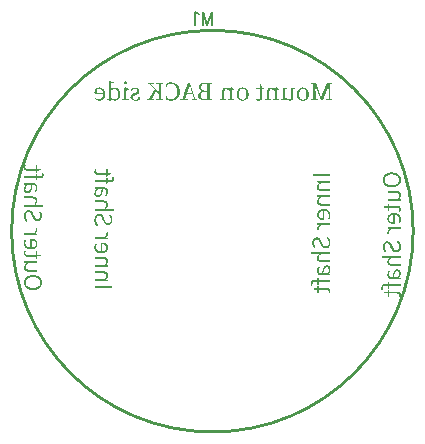
<source format=gbo>
G04 Layer: BottomSilkscreenLayer*
G04 EasyEDA v6.5.22, 2022-11-14 19:57:00*
G04 f0da57bd03cf490fa7de3f553d211417,61aeb1a5dc08497992730370c491a1bd,10*
G04 Gerber Generator version 0.2*
G04 Scale: 100 percent, Rotated: No, Reflected: No *
G04 Dimensions in millimeters *
G04 leading zeros omitted , absolute positions ,4 integer and 5 decimal *
%FSLAX45Y45*%
%MOMM*%

%ADD10C,0.1524*%
%ADD11C,0.2540*%

%LPD*%
G36*
X848156Y-117602D02*
G01*
X848156Y-134416D01*
X997000Y-134416D01*
X997000Y-117602D01*
G37*
G36*
X887272Y-174548D02*
G01*
X887272Y-187756D01*
X903274Y-189484D01*
X903274Y-190042D01*
X899464Y-194056D01*
X895959Y-198221D01*
X892759Y-202488D01*
X889965Y-206959D01*
X887679Y-211582D01*
X885952Y-216509D01*
X884834Y-221640D01*
X884478Y-227075D01*
X884783Y-232562D01*
X885698Y-237540D01*
X887221Y-241960D01*
X889355Y-245973D01*
X892048Y-249428D01*
X895350Y-252425D01*
X899261Y-254965D01*
X903732Y-256997D01*
X908812Y-258622D01*
X914450Y-259740D01*
X920648Y-260400D01*
X927404Y-260604D01*
X997000Y-260604D01*
X997000Y-243890D01*
X929436Y-243890D01*
X922019Y-243586D01*
X915669Y-242620D01*
X910437Y-241046D01*
X906221Y-238760D01*
X902969Y-235813D01*
X900734Y-232054D01*
X899414Y-227584D01*
X898956Y-222300D01*
X899261Y-218033D01*
X900074Y-214020D01*
X901496Y-210210D01*
X903478Y-206451D01*
X905967Y-202692D01*
X909015Y-198882D01*
X916736Y-190754D01*
X997000Y-190754D01*
X997000Y-174548D01*
G37*
G36*
X887272Y-297434D02*
G01*
X887272Y-310692D01*
X903274Y-312420D01*
X903274Y-312928D01*
X899464Y-316992D01*
X895959Y-321157D01*
X892759Y-325424D01*
X889965Y-329895D01*
X887679Y-334518D01*
X885952Y-339445D01*
X884834Y-344576D01*
X884478Y-350012D01*
X884783Y-355498D01*
X885698Y-360476D01*
X887221Y-364896D01*
X889355Y-368909D01*
X892048Y-372364D01*
X895350Y-375361D01*
X899261Y-377901D01*
X903732Y-379933D01*
X908812Y-381558D01*
X914450Y-382676D01*
X920648Y-383336D01*
X927404Y-383590D01*
X997000Y-383590D01*
X997000Y-366776D01*
X929436Y-366776D01*
X922019Y-366522D01*
X915669Y-365556D01*
X910437Y-363982D01*
X906221Y-361696D01*
X902969Y-358749D01*
X900734Y-354990D01*
X899414Y-350520D01*
X898956Y-345186D01*
X899261Y-340969D01*
X900074Y-336956D01*
X901496Y-333146D01*
X903478Y-329387D01*
X905967Y-325628D01*
X909015Y-321818D01*
X912621Y-317855D01*
X916736Y-313740D01*
X997000Y-313740D01*
X997000Y-297434D01*
G37*
G36*
X942136Y-411734D02*
G01*
X935634Y-412038D01*
X929436Y-412851D01*
X923594Y-414121D01*
X918108Y-415899D01*
X913028Y-418084D01*
X908253Y-420624D01*
X903935Y-423570D01*
X899972Y-426821D01*
X896467Y-430377D01*
X893368Y-434238D01*
X890676Y-438251D01*
X888492Y-442518D01*
X886764Y-446938D01*
X885494Y-451459D01*
X884732Y-456082D01*
X884491Y-461009D01*
X897940Y-461009D01*
X898550Y-455066D01*
X900379Y-449326D01*
X903274Y-444042D01*
X907338Y-439267D01*
X912418Y-435203D01*
X918514Y-431850D01*
X925576Y-429412D01*
X933500Y-428040D01*
X933500Y-489508D01*
X925271Y-489000D01*
X918108Y-487527D01*
X911961Y-485190D01*
X906932Y-481939D01*
X903020Y-477824D01*
X900226Y-472998D01*
X898499Y-467359D01*
X897940Y-461009D01*
X884491Y-461009D01*
X884885Y-467410D01*
X886053Y-473506D01*
X888034Y-479094D01*
X890727Y-484174D01*
X894130Y-488696D01*
X898245Y-492658D01*
X902969Y-496062D01*
X908354Y-498856D01*
X914400Y-501091D01*
X920953Y-502666D01*
X928116Y-503631D01*
X938580Y-503935D01*
X945692Y-503224D01*
X945692Y-428243D01*
X951636Y-428802D01*
X957173Y-429869D01*
X962304Y-431444D01*
X967079Y-433578D01*
X971346Y-436118D01*
X975156Y-439166D01*
X978458Y-442620D01*
X981202Y-446532D01*
X983386Y-450799D01*
X985012Y-455472D01*
X985977Y-460501D01*
X986332Y-465835D01*
X985723Y-473557D01*
X983996Y-480669D01*
X981202Y-487273D01*
X977442Y-493572D01*
X988364Y-499618D01*
X992682Y-492201D01*
X994562Y-488188D01*
X996238Y-483920D01*
X997610Y-479399D01*
X998677Y-474522D01*
X999286Y-469341D01*
X999540Y-463804D01*
X999286Y-458470D01*
X998575Y-453288D01*
X997356Y-448259D01*
X995629Y-443484D01*
X993495Y-438912D01*
X990904Y-434644D01*
X987856Y-430631D01*
X984351Y-426923D01*
X980440Y-423570D01*
X976172Y-420624D01*
X971448Y-417982D01*
X966317Y-415848D01*
X960831Y-414070D01*
X954938Y-412800D01*
X948740Y-412038D01*
G37*
G36*
X887272Y-531876D02*
G01*
X887272Y-545388D01*
X907338Y-546862D01*
X907338Y-547370D01*
X902411Y-550418D01*
X897991Y-553720D01*
X894080Y-557326D01*
X890778Y-561187D01*
X888085Y-565302D01*
X886104Y-569569D01*
X884885Y-574040D01*
X884478Y-578612D01*
X884580Y-581863D01*
X884936Y-584708D01*
X885647Y-587400D01*
X886764Y-590092D01*
X901242Y-586994D01*
X899871Y-582015D01*
X899464Y-576630D01*
X899820Y-572973D01*
X900836Y-569264D01*
X902614Y-565505D01*
X905256Y-561746D01*
X908812Y-558088D01*
X913282Y-554583D01*
X918768Y-551332D01*
X925372Y-548386D01*
X997000Y-548386D01*
X997000Y-531876D01*
G37*
G36*
X977442Y-644652D02*
G01*
X966012Y-654812D01*
X970076Y-659028D01*
X973785Y-663600D01*
X976985Y-668477D01*
X979678Y-673658D01*
X981862Y-679094D01*
X983487Y-684733D01*
X984453Y-690524D01*
X984808Y-696468D01*
X984351Y-703732D01*
X982929Y-710184D01*
X980694Y-715772D01*
X977696Y-720496D01*
X973988Y-724255D01*
X969568Y-726998D01*
X964641Y-728675D01*
X959154Y-729234D01*
X953617Y-728726D01*
X948994Y-727303D01*
X945134Y-724966D01*
X941832Y-721868D01*
X938987Y-718159D01*
X936447Y-713841D01*
X931722Y-703834D01*
X922324Y-682244D01*
X919835Y-676960D01*
X916889Y-671677D01*
X913384Y-666546D01*
X909218Y-661924D01*
X904341Y-657910D01*
X898652Y-654812D01*
X892048Y-652780D01*
X884478Y-652018D01*
X878941Y-652424D01*
X873760Y-653592D01*
X868883Y-655472D01*
X864362Y-658012D01*
X860247Y-661212D01*
X856589Y-664972D01*
X853389Y-669340D01*
X850646Y-674166D01*
X848512Y-679450D01*
X846937Y-685190D01*
X845972Y-691337D01*
X845616Y-697788D01*
X845972Y-704392D01*
X846988Y-710742D01*
X848614Y-716737D01*
X850747Y-722426D01*
X853440Y-727760D01*
X856538Y-732637D01*
X860044Y-737158D01*
X863904Y-741222D01*
X874572Y-732332D01*
X871474Y-728776D01*
X868730Y-725068D01*
X866292Y-721106D01*
X864209Y-716940D01*
X862584Y-712520D01*
X861364Y-707898D01*
X860602Y-702970D01*
X860348Y-697788D01*
X860755Y-691591D01*
X861974Y-686003D01*
X863904Y-681075D01*
X866546Y-676960D01*
X869848Y-673608D01*
X873760Y-671118D01*
X878230Y-669594D01*
X883208Y-669036D01*
X888492Y-669645D01*
X892962Y-671322D01*
X896772Y-673912D01*
X899972Y-677214D01*
X902716Y-680974D01*
X907186Y-689406D01*
X918260Y-715314D01*
X921156Y-721512D01*
X924458Y-727303D01*
X928217Y-732586D01*
X932535Y-737158D01*
X937564Y-740968D01*
X943406Y-743813D01*
X950163Y-745642D01*
X957884Y-746252D01*
X963625Y-745896D01*
X969060Y-744728D01*
X974242Y-742797D01*
X979068Y-740156D01*
X983487Y-736803D01*
X987450Y-732790D01*
X990955Y-728116D01*
X993952Y-722884D01*
X996340Y-717042D01*
X998067Y-710641D01*
X999185Y-703681D01*
X999540Y-696264D01*
X999134Y-688492D01*
X998016Y-681075D01*
X996187Y-674014D01*
X993648Y-667308D01*
X990447Y-661009D01*
X986688Y-655116D01*
X982319Y-649681D01*
G37*
G36*
X835202Y-774446D02*
G01*
X835202Y-791006D01*
X880160Y-791006D01*
X903020Y-790194D01*
X895858Y-798372D01*
X892708Y-802589D01*
X889914Y-807008D01*
X887679Y-811631D01*
X885952Y-816457D01*
X884834Y-821588D01*
X884478Y-827074D01*
X884783Y-832561D01*
X885698Y-837539D01*
X887221Y-842060D01*
X889355Y-846023D01*
X892048Y-849477D01*
X895350Y-852474D01*
X899261Y-854964D01*
X903732Y-857046D01*
X908812Y-858570D01*
X914450Y-859688D01*
X920648Y-860348D01*
X927404Y-860552D01*
X997000Y-860552D01*
X997000Y-844092D01*
X929436Y-844092D01*
X922019Y-843737D01*
X915669Y-842822D01*
X910437Y-841197D01*
X906221Y-838860D01*
X902969Y-835812D01*
X900734Y-832053D01*
X899414Y-827532D01*
X898956Y-822248D01*
X899261Y-817981D01*
X900074Y-814019D01*
X901496Y-810209D01*
X903478Y-806500D01*
X905967Y-802792D01*
X909015Y-799033D01*
X916736Y-791006D01*
X997000Y-791006D01*
X997000Y-774446D01*
G37*
G36*
X968806Y-889762D02*
G01*
X964437Y-890016D01*
X960323Y-890778D01*
X956513Y-891997D01*
X952957Y-893775D01*
X949655Y-896061D01*
X946607Y-898855D01*
X943762Y-902208D01*
X941171Y-906119D01*
X938834Y-910539D01*
X936650Y-915568D01*
X934719Y-921156D01*
X932942Y-927303D01*
X931367Y-934008D01*
X929944Y-941374D01*
X927658Y-957834D01*
X938834Y-957834D01*
X940053Y-948690D01*
X941527Y-940511D01*
X943203Y-933348D01*
X945032Y-927100D01*
X947115Y-921766D01*
X949401Y-917244D01*
X951890Y-913587D01*
X954633Y-910640D01*
X957580Y-908456D01*
X960780Y-906932D01*
X964184Y-906068D01*
X967790Y-905814D01*
X976274Y-907389D01*
X982014Y-911758D01*
X985316Y-918210D01*
X986332Y-926084D01*
X985367Y-934212D01*
X982421Y-941984D01*
X977646Y-949756D01*
X971092Y-957834D01*
X927658Y-957834D01*
X922172Y-957630D01*
X916838Y-956868D01*
X911860Y-955446D01*
X907389Y-953211D01*
X903630Y-950163D01*
X900734Y-946048D01*
X898855Y-940866D01*
X898194Y-934516D01*
X899261Y-924864D01*
X902106Y-915924D01*
X906018Y-907897D01*
X910386Y-900937D01*
X898956Y-894334D01*
X894029Y-902614D01*
X891590Y-907389D01*
X889355Y-912672D01*
X887374Y-918260D01*
X885850Y-924204D01*
X884834Y-930503D01*
X884478Y-937056D01*
X884834Y-943356D01*
X885952Y-949045D01*
X887730Y-954074D01*
X890117Y-958494D01*
X893165Y-962304D01*
X896823Y-965555D01*
X900988Y-968248D01*
X905662Y-970432D01*
X910844Y-972058D01*
X916482Y-973226D01*
X922528Y-973886D01*
X928928Y-974140D01*
X997000Y-974140D01*
X997000Y-960628D01*
X983538Y-959103D01*
X983538Y-958596D01*
X986790Y-954532D01*
X989787Y-950315D01*
X992530Y-945896D01*
X994867Y-941324D01*
X996797Y-936599D01*
X998270Y-931722D01*
X999236Y-926693D01*
X999540Y-921512D01*
X999032Y-915009D01*
X997508Y-908964D01*
X995019Y-903579D01*
X991616Y-898906D01*
X987247Y-895096D01*
X981964Y-892200D01*
X975817Y-890422D01*
G37*
G36*
X888288Y-997712D02*
G01*
X887272Y-1012748D01*
X868222Y-1012748D01*
X860348Y-1013206D01*
X853338Y-1014628D01*
X847242Y-1017066D01*
X842162Y-1020419D01*
X838098Y-1024839D01*
X835101Y-1030173D01*
X833272Y-1036574D01*
X832662Y-1043990D01*
X832916Y-1048664D01*
X833577Y-1053185D01*
X834694Y-1057503D01*
X836218Y-1061516D01*
X849172Y-1057910D01*
X847852Y-1054709D01*
X846886Y-1051509D01*
X846328Y-1048308D01*
X846124Y-1045210D01*
X847547Y-1038250D01*
X851763Y-1033373D01*
X858774Y-1030427D01*
X868476Y-1029462D01*
X887272Y-1029462D01*
X887272Y-1053084D01*
X900988Y-1053084D01*
X900988Y-1029462D01*
X997000Y-1029462D01*
X997000Y-1012748D01*
X900988Y-1012748D01*
X900988Y-997712D01*
G37*
G36*
X888288Y-1061212D02*
G01*
X887272Y-1078484D01*
X856284Y-1080566D01*
X856284Y-1094282D01*
X887272Y-1094282D01*
X887272Y-1124508D01*
X900988Y-1124508D01*
X900988Y-1094282D01*
X964488Y-1094282D01*
X973531Y-1095095D01*
X980338Y-1097940D01*
X984605Y-1103274D01*
X986078Y-1111504D01*
X985824Y-1114755D01*
X985113Y-1118108D01*
X983030Y-1124508D01*
X995476Y-1127556D01*
X998270Y-1117854D01*
X999185Y-1112977D01*
X999540Y-1108202D01*
X998880Y-1100277D01*
X997000Y-1093724D01*
X993902Y-1088440D01*
X989787Y-1084326D01*
X984605Y-1081278D01*
X978560Y-1079246D01*
X971651Y-1078128D01*
X963980Y-1077772D01*
X900988Y-1077772D01*
X900988Y-1061212D01*
G37*
G36*
X1518869Y-102311D02*
G01*
X1511909Y-102514D01*
X1505204Y-103124D01*
X1498803Y-104038D01*
X1492656Y-105359D01*
X1486865Y-106984D01*
X1481429Y-108966D01*
X1476248Y-111252D01*
X1471422Y-113893D01*
X1466951Y-116789D01*
X1462836Y-119989D01*
X1459077Y-123444D01*
X1455674Y-127203D01*
X1452626Y-131165D01*
X1449933Y-135382D01*
X1447698Y-139852D01*
X1445818Y-144526D01*
X1444345Y-149352D01*
X1443278Y-154432D01*
X1442618Y-159664D01*
X1442415Y-165049D01*
X1457147Y-165049D01*
X1457401Y-160020D01*
X1458214Y-155244D01*
X1459585Y-150672D01*
X1461414Y-146405D01*
X1463802Y-142392D01*
X1466646Y-138633D01*
X1469948Y-135178D01*
X1473708Y-132080D01*
X1477924Y-129235D01*
X1482598Y-126746D01*
X1487678Y-124612D01*
X1493164Y-122834D01*
X1499006Y-121462D01*
X1505305Y-120446D01*
X1511909Y-119837D01*
X1518869Y-119583D01*
X1525879Y-119837D01*
X1532483Y-120446D01*
X1538833Y-121462D01*
X1544726Y-122834D01*
X1550314Y-124612D01*
X1555445Y-126746D01*
X1560220Y-129235D01*
X1564538Y-132080D01*
X1568399Y-135178D01*
X1571802Y-138633D01*
X1574749Y-142392D01*
X1577187Y-146405D01*
X1579067Y-150672D01*
X1580489Y-155244D01*
X1581302Y-160020D01*
X1581607Y-165049D01*
X1581302Y-170129D01*
X1580489Y-175006D01*
X1579067Y-179578D01*
X1577187Y-183896D01*
X1574749Y-187960D01*
X1571802Y-191719D01*
X1568399Y-195173D01*
X1564538Y-198323D01*
X1560220Y-201117D01*
X1555445Y-203606D01*
X1550314Y-205790D01*
X1544726Y-207568D01*
X1538833Y-208940D01*
X1532483Y-209956D01*
X1525879Y-210566D01*
X1518869Y-210769D01*
X1511909Y-210566D01*
X1505305Y-209956D01*
X1499006Y-208940D01*
X1493164Y-207568D01*
X1487678Y-205790D01*
X1482598Y-203606D01*
X1477924Y-201117D01*
X1473708Y-198323D01*
X1469948Y-195173D01*
X1466646Y-191719D01*
X1463802Y-187960D01*
X1461414Y-183896D01*
X1459585Y-179578D01*
X1458214Y-175006D01*
X1457401Y-170129D01*
X1457147Y-165049D01*
X1442415Y-165049D01*
X1442618Y-170535D01*
X1443278Y-175869D01*
X1444345Y-180949D01*
X1445818Y-185877D01*
X1447698Y-190550D01*
X1449933Y-195021D01*
X1452626Y-199288D01*
X1455674Y-203250D01*
X1459077Y-207010D01*
X1462836Y-210464D01*
X1466951Y-213664D01*
X1471422Y-216560D01*
X1476248Y-219202D01*
X1481429Y-221488D01*
X1486865Y-223418D01*
X1492656Y-225094D01*
X1498803Y-226364D01*
X1505204Y-227279D01*
X1511909Y-227888D01*
X1518869Y-228041D01*
X1525879Y-227888D01*
X1532585Y-227279D01*
X1539036Y-226364D01*
X1545183Y-225094D01*
X1551025Y-223418D01*
X1556562Y-221488D01*
X1561795Y-219202D01*
X1566672Y-216560D01*
X1571193Y-213664D01*
X1575409Y-210464D01*
X1579270Y-207010D01*
X1582775Y-203250D01*
X1585874Y-199288D01*
X1588566Y-195021D01*
X1590903Y-190550D01*
X1592834Y-185877D01*
X1594358Y-180949D01*
X1595475Y-175869D01*
X1596136Y-170535D01*
X1596339Y-165049D01*
X1596136Y-159664D01*
X1595475Y-154432D01*
X1594358Y-149352D01*
X1592834Y-144526D01*
X1590903Y-139852D01*
X1588566Y-135382D01*
X1585874Y-131165D01*
X1582775Y-127203D01*
X1579270Y-123444D01*
X1575409Y-119989D01*
X1571193Y-116789D01*
X1566672Y-113893D01*
X1561795Y-111252D01*
X1556562Y-108966D01*
X1551025Y-106984D01*
X1545183Y-105359D01*
X1539036Y-104038D01*
X1532585Y-103124D01*
X1525879Y-102514D01*
G37*
G36*
X1484071Y-257759D02*
G01*
X1484071Y-274269D01*
X1551635Y-274269D01*
X1559001Y-274574D01*
X1565300Y-275539D01*
X1570532Y-277114D01*
X1574800Y-279400D01*
X1578051Y-282397D01*
X1580337Y-286207D01*
X1581658Y-290728D01*
X1582115Y-296164D01*
X1581810Y-300278D01*
X1580946Y-304241D01*
X1579473Y-308000D01*
X1577441Y-311708D01*
X1574749Y-315366D01*
X1571396Y-319074D01*
X1567434Y-322884D01*
X1562811Y-326898D01*
X1484071Y-326898D01*
X1484071Y-343357D01*
X1593799Y-343357D01*
X1593799Y-329641D01*
X1576273Y-328422D01*
X1576273Y-327609D01*
X1580540Y-323748D01*
X1584452Y-319786D01*
X1587855Y-315620D01*
X1590802Y-311251D01*
X1593138Y-306628D01*
X1594866Y-301752D01*
X1595983Y-296570D01*
X1596339Y-291033D01*
X1596034Y-285597D01*
X1595120Y-280670D01*
X1593646Y-276199D01*
X1591564Y-272288D01*
X1588871Y-268833D01*
X1585569Y-265836D01*
X1581708Y-263347D01*
X1577238Y-261315D01*
X1572209Y-259791D01*
X1566621Y-258673D01*
X1560423Y-258013D01*
X1553667Y-257759D01*
G37*
G36*
X1485087Y-368249D02*
G01*
X1484071Y-385572D01*
X1453083Y-387604D01*
X1453083Y-401269D01*
X1484071Y-401269D01*
X1484071Y-431546D01*
X1497787Y-431546D01*
X1497787Y-401269D01*
X1561287Y-401269D01*
X1570329Y-402132D01*
X1577136Y-404977D01*
X1581404Y-410311D01*
X1582877Y-418541D01*
X1582623Y-421741D01*
X1581912Y-425094D01*
X1580946Y-428345D01*
X1579829Y-431241D01*
X1592275Y-434543D01*
X1595069Y-424789D01*
X1595983Y-419760D01*
X1596339Y-414985D01*
X1595678Y-407162D01*
X1593799Y-400659D01*
X1590700Y-395376D01*
X1586585Y-391312D01*
X1581404Y-388315D01*
X1575358Y-386283D01*
X1568450Y-385165D01*
X1560779Y-384759D01*
X1497787Y-384759D01*
X1497787Y-368249D01*
G37*
G36*
X1538935Y-445211D02*
G01*
X1532432Y-445516D01*
X1526235Y-446278D01*
X1520393Y-447598D01*
X1514906Y-449326D01*
X1509826Y-451510D01*
X1505051Y-454050D01*
X1500733Y-456996D01*
X1496771Y-460197D01*
X1493266Y-463753D01*
X1490167Y-467563D01*
X1487474Y-471627D01*
X1485290Y-475894D01*
X1483563Y-480314D01*
X1482293Y-484835D01*
X1481531Y-489508D01*
X1481277Y-494233D01*
X1494739Y-494233D01*
X1495348Y-488289D01*
X1497177Y-482600D01*
X1500124Y-477367D01*
X1504137Y-472643D01*
X1509217Y-468579D01*
X1515313Y-465277D01*
X1522374Y-462889D01*
X1530299Y-461467D01*
X1530299Y-522732D01*
X1522069Y-522224D01*
X1514906Y-520801D01*
X1508760Y-518464D01*
X1503781Y-515264D01*
X1499819Y-511200D01*
X1497025Y-506323D01*
X1495298Y-500634D01*
X1494739Y-494233D01*
X1481277Y-494233D01*
X1481683Y-500888D01*
X1482852Y-506984D01*
X1484833Y-512572D01*
X1487525Y-517651D01*
X1490929Y-522173D01*
X1495044Y-526135D01*
X1499768Y-529539D01*
X1505153Y-532333D01*
X1511198Y-534568D01*
X1517751Y-536143D01*
X1524914Y-537108D01*
X1532585Y-537464D01*
X1538020Y-537260D01*
X1542491Y-536651D01*
X1542491Y-461772D01*
X1548434Y-462280D01*
X1553972Y-463346D01*
X1559153Y-464921D01*
X1563878Y-467055D01*
X1568145Y-469595D01*
X1571955Y-472643D01*
X1575257Y-476097D01*
X1578000Y-480009D01*
X1580235Y-484276D01*
X1581810Y-488950D01*
X1582775Y-493979D01*
X1583131Y-499364D01*
X1582521Y-507034D01*
X1580794Y-514146D01*
X1578000Y-520750D01*
X1574241Y-526999D01*
X1585163Y-533146D01*
X1589481Y-525678D01*
X1591360Y-521665D01*
X1593037Y-517398D01*
X1594408Y-512876D01*
X1595475Y-508000D01*
X1596136Y-502818D01*
X1596339Y-497332D01*
X1596085Y-491947D01*
X1595374Y-486765D01*
X1594154Y-481736D01*
X1592427Y-476961D01*
X1590294Y-472389D01*
X1587703Y-468122D01*
X1584655Y-464108D01*
X1581150Y-460400D01*
X1577289Y-457047D01*
X1572971Y-454101D01*
X1568246Y-451459D01*
X1563116Y-449275D01*
X1557629Y-447548D01*
X1551736Y-446278D01*
X1545539Y-445516D01*
G37*
G36*
X1484071Y-565404D02*
G01*
X1484071Y-578561D01*
X1504137Y-580390D01*
X1504137Y-580898D01*
X1499209Y-583895D01*
X1494790Y-587197D01*
X1490878Y-590804D01*
X1487576Y-594664D01*
X1484884Y-598779D01*
X1482902Y-603046D01*
X1481683Y-607517D01*
X1481277Y-612140D01*
X1481378Y-615340D01*
X1481734Y-618185D01*
X1482445Y-620877D01*
X1483563Y-623519D01*
X1498041Y-620217D01*
X1496669Y-615340D01*
X1496263Y-610057D01*
X1496618Y-606450D01*
X1497634Y-602742D01*
X1499463Y-598982D01*
X1502054Y-595172D01*
X1505610Y-591515D01*
X1510080Y-587959D01*
X1515567Y-584657D01*
X1522171Y-581609D01*
X1593799Y-581609D01*
X1593799Y-565404D01*
G37*
G36*
X1574241Y-678180D02*
G01*
X1562811Y-688340D01*
X1566926Y-692505D01*
X1570583Y-697077D01*
X1573784Y-701954D01*
X1576476Y-707136D01*
X1578660Y-712571D01*
X1580286Y-718210D01*
X1581251Y-724001D01*
X1581607Y-729996D01*
X1581150Y-737209D01*
X1579727Y-743610D01*
X1577492Y-749198D01*
X1574495Y-753872D01*
X1570786Y-757529D01*
X1566418Y-760272D01*
X1561439Y-761898D01*
X1555953Y-762457D01*
X1550466Y-761949D01*
X1545793Y-760526D01*
X1541932Y-758190D01*
X1538630Y-755142D01*
X1535785Y-751382D01*
X1533245Y-747064D01*
X1528521Y-737057D01*
X1516634Y-710438D01*
X1513687Y-705104D01*
X1510182Y-699973D01*
X1506016Y-695248D01*
X1501140Y-691235D01*
X1495450Y-688086D01*
X1488846Y-686003D01*
X1481277Y-685241D01*
X1475790Y-685647D01*
X1470558Y-686816D01*
X1465681Y-688746D01*
X1461160Y-691337D01*
X1457045Y-694537D01*
X1453388Y-698347D01*
X1450187Y-702716D01*
X1447444Y-707593D01*
X1445310Y-712927D01*
X1443736Y-718667D01*
X1442770Y-724763D01*
X1442415Y-731266D01*
X1442770Y-737870D01*
X1443786Y-744220D01*
X1445412Y-750214D01*
X1447546Y-755904D01*
X1450238Y-761238D01*
X1453337Y-766114D01*
X1456842Y-770636D01*
X1460703Y-774649D01*
X1471371Y-765556D01*
X1468272Y-762000D01*
X1465529Y-758291D01*
X1463090Y-754430D01*
X1461008Y-750316D01*
X1459382Y-745947D01*
X1458163Y-741324D01*
X1457401Y-736447D01*
X1457147Y-731266D01*
X1457553Y-725068D01*
X1458772Y-719480D01*
X1460703Y-714552D01*
X1463344Y-710438D01*
X1466646Y-707085D01*
X1470558Y-704596D01*
X1475028Y-703072D01*
X1480007Y-702564D01*
X1485290Y-703122D01*
X1489760Y-704799D01*
X1493570Y-707339D01*
X1496771Y-710590D01*
X1499514Y-714349D01*
X1503984Y-722833D01*
X1515059Y-748741D01*
X1517954Y-754989D01*
X1521256Y-760780D01*
X1525016Y-766064D01*
X1529334Y-770636D01*
X1534363Y-774446D01*
X1540205Y-777290D01*
X1546961Y-779119D01*
X1554683Y-779780D01*
X1560423Y-779373D01*
X1565910Y-778205D01*
X1571040Y-776274D01*
X1575866Y-773633D01*
X1580286Y-770280D01*
X1584299Y-766267D01*
X1587754Y-761593D01*
X1590751Y-756361D01*
X1593138Y-750519D01*
X1594866Y-744118D01*
X1595983Y-737158D01*
X1596339Y-729691D01*
X1595932Y-721969D01*
X1594815Y-714552D01*
X1592986Y-707491D01*
X1590446Y-700786D01*
X1587246Y-694486D01*
X1583486Y-688594D01*
X1579118Y-683158D01*
G37*
G36*
X1432001Y-807974D02*
G01*
X1432001Y-824433D01*
X1476959Y-824433D01*
X1499819Y-823721D01*
X1496110Y-827735D01*
X1492656Y-831850D01*
X1489506Y-836066D01*
X1486763Y-840486D01*
X1484477Y-845108D01*
X1482750Y-849934D01*
X1481683Y-855065D01*
X1481277Y-860501D01*
X1481582Y-865987D01*
X1482496Y-870966D01*
X1484020Y-875385D01*
X1486154Y-879398D01*
X1488846Y-882853D01*
X1492148Y-885850D01*
X1496060Y-888390D01*
X1500530Y-890422D01*
X1505610Y-892048D01*
X1511249Y-893165D01*
X1517446Y-893826D01*
X1524203Y-894080D01*
X1593799Y-894080D01*
X1593799Y-877316D01*
X1526235Y-877316D01*
X1518818Y-877011D01*
X1512468Y-876046D01*
X1507236Y-874471D01*
X1503019Y-872236D01*
X1499768Y-869238D01*
X1497533Y-865479D01*
X1496212Y-861009D01*
X1495755Y-855675D01*
X1496060Y-851458D01*
X1496872Y-847445D01*
X1498295Y-843635D01*
X1500276Y-839876D01*
X1502765Y-836168D01*
X1505813Y-832408D01*
X1513535Y-824433D01*
X1593799Y-824433D01*
X1593799Y-807974D01*
G37*
G36*
X1565605Y-922985D02*
G01*
X1561236Y-923239D01*
X1557121Y-924001D01*
X1553311Y-925271D01*
X1549755Y-927049D01*
X1546453Y-929335D01*
X1543405Y-932180D01*
X1540560Y-935532D01*
X1537970Y-939444D01*
X1535633Y-943864D01*
X1533448Y-948893D01*
X1531518Y-954481D01*
X1529740Y-960628D01*
X1528165Y-967333D01*
X1525524Y-982573D01*
X1524457Y-991057D01*
X1535633Y-991057D01*
X1536903Y-981964D01*
X1538325Y-973836D01*
X1540002Y-966724D01*
X1541830Y-960475D01*
X1543913Y-955192D01*
X1546199Y-950721D01*
X1548739Y-947013D01*
X1551432Y-944118D01*
X1554378Y-941933D01*
X1557578Y-940409D01*
X1560982Y-939546D01*
X1564589Y-939241D01*
X1573072Y-940866D01*
X1578813Y-945235D01*
X1582115Y-951687D01*
X1583131Y-959561D01*
X1582166Y-967638D01*
X1579219Y-975309D01*
X1574444Y-983030D01*
X1567891Y-991057D01*
X1518970Y-990955D01*
X1513636Y-990193D01*
X1508658Y-988821D01*
X1504188Y-986637D01*
X1500428Y-983538D01*
X1497533Y-979424D01*
X1495653Y-974191D01*
X1494993Y-967740D01*
X1496060Y-958138D01*
X1498904Y-949248D01*
X1502816Y-941324D01*
X1507185Y-934466D01*
X1495755Y-927811D01*
X1490827Y-935990D01*
X1488389Y-940765D01*
X1486154Y-946048D01*
X1484172Y-951687D01*
X1482648Y-957681D01*
X1481632Y-963980D01*
X1481277Y-970483D01*
X1481632Y-976833D01*
X1482750Y-982522D01*
X1484528Y-987552D01*
X1486916Y-991971D01*
X1489964Y-995781D01*
X1493621Y-999032D01*
X1497787Y-1001725D01*
X1502460Y-1003909D01*
X1507642Y-1005535D01*
X1513281Y-1006703D01*
X1519326Y-1007364D01*
X1525727Y-1007567D01*
X1593799Y-1007567D01*
X1593799Y-994156D01*
X1580337Y-992632D01*
X1580337Y-992124D01*
X1583588Y-988009D01*
X1586585Y-983742D01*
X1589328Y-979271D01*
X1591665Y-974699D01*
X1593646Y-969975D01*
X1595069Y-965098D01*
X1596034Y-960119D01*
X1596339Y-955040D01*
X1595831Y-948486D01*
X1594307Y-942390D01*
X1591818Y-936955D01*
X1588414Y-932230D01*
X1584045Y-928369D01*
X1578762Y-925474D01*
X1572615Y-923645D01*
G37*
G36*
X1485087Y-1031240D02*
G01*
X1484071Y-1046175D01*
X1465021Y-1046175D01*
X1457147Y-1046683D01*
X1450136Y-1048105D01*
X1444040Y-1050544D01*
X1438960Y-1053896D01*
X1434896Y-1058316D01*
X1431899Y-1063650D01*
X1430070Y-1070051D01*
X1429461Y-1077417D01*
X1429715Y-1082040D01*
X1430375Y-1086612D01*
X1431493Y-1090930D01*
X1433017Y-1094943D01*
X1445971Y-1091438D01*
X1444650Y-1088136D01*
X1443685Y-1084884D01*
X1443126Y-1081684D01*
X1442923Y-1078738D01*
X1444345Y-1071727D01*
X1448562Y-1066850D01*
X1455572Y-1063904D01*
X1465275Y-1062990D01*
X1484071Y-1062990D01*
X1484071Y-1086561D01*
X1497787Y-1086561D01*
X1497787Y-1062990D01*
X1593799Y-1062990D01*
X1593799Y-1046175D01*
X1497787Y-1046175D01*
X1497787Y-1031240D01*
G37*
G36*
X1485087Y-1094740D02*
G01*
X1484071Y-1111961D01*
X1453083Y-1113993D01*
X1453083Y-1127709D01*
X1484071Y-1127709D01*
X1484071Y-1157935D01*
X1497787Y-1157935D01*
X1497787Y-1127709D01*
X1561287Y-1127709D01*
X1570329Y-1128572D01*
X1577136Y-1131417D01*
X1581404Y-1136751D01*
X1582877Y-1145032D01*
X1582623Y-1148181D01*
X1581912Y-1151534D01*
X1579829Y-1157732D01*
X1592275Y-1160983D01*
X1595069Y-1151229D01*
X1595983Y-1146200D01*
X1596339Y-1141425D01*
X1595678Y-1133602D01*
X1593799Y-1127099D01*
X1590700Y-1121816D01*
X1586585Y-1117752D01*
X1581404Y-1114755D01*
X1575358Y-1112723D01*
X1568450Y-1111605D01*
X1560779Y-1111199D01*
X1497787Y-1111199D01*
X1497787Y-1094740D01*
G37*
G36*
X-1592275Y-38963D02*
G01*
X-1595069Y-48768D01*
X-1595983Y-53797D01*
X-1596339Y-58521D01*
X-1595678Y-66395D01*
X-1593799Y-72898D01*
X-1590700Y-78181D01*
X-1586585Y-82245D01*
X-1581404Y-85242D01*
X-1575358Y-87274D01*
X-1568450Y-88392D01*
X-1560779Y-88747D01*
X-1497787Y-88747D01*
X-1497787Y-105257D01*
X-1485087Y-105257D01*
X-1484071Y-88036D01*
X-1453083Y-86004D01*
X-1453083Y-72237D01*
X-1484071Y-72237D01*
X-1484071Y-42062D01*
X-1497787Y-42062D01*
X-1497787Y-72237D01*
X-1561287Y-72237D01*
X-1570329Y-71424D01*
X-1577136Y-68580D01*
X-1581404Y-63246D01*
X-1582877Y-54965D01*
X-1582623Y-51816D01*
X-1581912Y-48463D01*
X-1579829Y-42265D01*
G37*
G36*
X-1433017Y-105054D02*
G01*
X-1445971Y-108610D01*
X-1444650Y-111861D01*
X-1443685Y-115112D01*
X-1443126Y-118313D01*
X-1442923Y-121310D01*
X-1444345Y-128270D01*
X-1448562Y-133146D01*
X-1455572Y-136093D01*
X-1465275Y-137007D01*
X-1484071Y-137007D01*
X-1484071Y-113436D01*
X-1497787Y-113436D01*
X-1497787Y-137007D01*
X-1593799Y-137007D01*
X-1593799Y-153771D01*
X-1497787Y-153771D01*
X-1497787Y-168757D01*
X-1485087Y-168757D01*
X-1484071Y-153771D01*
X-1465021Y-153771D01*
X-1457147Y-153314D01*
X-1450136Y-151892D01*
X-1444040Y-149453D01*
X-1438960Y-146100D01*
X-1434896Y-141681D01*
X-1431899Y-136347D01*
X-1430070Y-129946D01*
X-1429461Y-122529D01*
X-1429715Y-117957D01*
X-1430375Y-113436D01*
X-1431493Y-109067D01*
G37*
G36*
X-1593799Y-192379D02*
G01*
X-1593799Y-205892D01*
X-1580337Y-207365D01*
X-1580337Y-207873D01*
X-1583588Y-211988D01*
X-1586585Y-216255D01*
X-1589328Y-220725D01*
X-1591665Y-225298D01*
X-1593646Y-230022D01*
X-1595069Y-234899D01*
X-1596067Y-240436D01*
X-1583131Y-240436D01*
X-1582166Y-232359D01*
X-1579219Y-224637D01*
X-1574444Y-216966D01*
X-1567891Y-208889D01*
X-1535633Y-208889D01*
X-1536903Y-218033D01*
X-1538325Y-226161D01*
X-1540002Y-233273D01*
X-1541830Y-239521D01*
X-1543913Y-244805D01*
X-1546199Y-249275D01*
X-1548739Y-252984D01*
X-1551432Y-255879D01*
X-1554378Y-258064D01*
X-1557578Y-259588D01*
X-1560982Y-260451D01*
X-1564589Y-260705D01*
X-1573072Y-259130D01*
X-1578813Y-254762D01*
X-1582115Y-248310D01*
X-1583131Y-240436D01*
X-1596067Y-240436D01*
X-1596339Y-244957D01*
X-1595831Y-251510D01*
X-1594307Y-257606D01*
X-1591818Y-263042D01*
X-1588414Y-267766D01*
X-1584045Y-271627D01*
X-1578762Y-274523D01*
X-1572615Y-276352D01*
X-1565605Y-277012D01*
X-1561236Y-276758D01*
X-1557121Y-275996D01*
X-1553311Y-274726D01*
X-1549755Y-272948D01*
X-1546453Y-270662D01*
X-1543405Y-267817D01*
X-1540560Y-264464D01*
X-1537970Y-260553D01*
X-1535633Y-256133D01*
X-1533448Y-251104D01*
X-1531518Y-245516D01*
X-1529740Y-239369D01*
X-1528165Y-232664D01*
X-1525524Y-217424D01*
X-1524457Y-208889D01*
X-1518970Y-209042D01*
X-1513636Y-209804D01*
X-1508658Y-211175D01*
X-1504188Y-213360D01*
X-1500428Y-216458D01*
X-1497533Y-220573D01*
X-1495653Y-225806D01*
X-1494993Y-232257D01*
X-1496060Y-241858D01*
X-1498904Y-250748D01*
X-1502816Y-258673D01*
X-1507185Y-265531D01*
X-1495755Y-272186D01*
X-1490827Y-264007D01*
X-1488389Y-259232D01*
X-1486154Y-253949D01*
X-1484172Y-248310D01*
X-1482648Y-242316D01*
X-1481632Y-236016D01*
X-1481277Y-229463D01*
X-1481632Y-223164D01*
X-1482750Y-217474D01*
X-1484528Y-212445D01*
X-1486916Y-208025D01*
X-1489964Y-204216D01*
X-1493621Y-200964D01*
X-1497787Y-198272D01*
X-1502460Y-196088D01*
X-1507642Y-194462D01*
X-1513281Y-193294D01*
X-1519326Y-192633D01*
X-1525727Y-192379D01*
G37*
G36*
X-1593799Y-305968D02*
G01*
X-1593799Y-322681D01*
X-1526235Y-322681D01*
X-1518818Y-322986D01*
X-1512468Y-323951D01*
X-1507236Y-325526D01*
X-1503019Y-327761D01*
X-1499768Y-330758D01*
X-1497533Y-334518D01*
X-1496212Y-338988D01*
X-1495755Y-344271D01*
X-1496060Y-348538D01*
X-1496872Y-352552D01*
X-1498295Y-356362D01*
X-1500276Y-360121D01*
X-1502765Y-363829D01*
X-1505813Y-367588D01*
X-1513535Y-375513D01*
X-1593799Y-375513D01*
X-1593799Y-392023D01*
X-1432001Y-392023D01*
X-1432001Y-375513D01*
X-1476959Y-375513D01*
X-1499819Y-376326D01*
X-1492656Y-368147D01*
X-1489506Y-363931D01*
X-1486763Y-359511D01*
X-1484477Y-354888D01*
X-1482750Y-350062D01*
X-1481683Y-344932D01*
X-1481277Y-339445D01*
X-1481582Y-334010D01*
X-1482496Y-329031D01*
X-1484020Y-324612D01*
X-1486154Y-320598D01*
X-1488846Y-317144D01*
X-1492148Y-314147D01*
X-1496060Y-311607D01*
X-1500530Y-309575D01*
X-1505610Y-307949D01*
X-1511249Y-306832D01*
X-1517446Y-306171D01*
X-1524203Y-305968D01*
G37*
G36*
X-1554683Y-420268D02*
G01*
X-1560423Y-420624D01*
X-1565910Y-421792D01*
X-1571040Y-423722D01*
X-1575866Y-426364D01*
X-1580286Y-429717D01*
X-1584299Y-433730D01*
X-1587754Y-438404D01*
X-1590751Y-443636D01*
X-1593138Y-449478D01*
X-1594866Y-455879D01*
X-1595983Y-462838D01*
X-1596339Y-470255D01*
X-1595932Y-478028D01*
X-1594815Y-485444D01*
X-1592986Y-492506D01*
X-1590446Y-499211D01*
X-1587246Y-505510D01*
X-1583486Y-511403D01*
X-1579118Y-516839D01*
X-1574241Y-521868D01*
X-1562811Y-511657D01*
X-1566926Y-507492D01*
X-1570583Y-502920D01*
X-1573784Y-498043D01*
X-1576476Y-492861D01*
X-1578660Y-487426D01*
X-1580286Y-481787D01*
X-1581251Y-475996D01*
X-1581607Y-470052D01*
X-1581150Y-462788D01*
X-1579727Y-456387D01*
X-1577492Y-450799D01*
X-1574495Y-446176D01*
X-1570786Y-442468D01*
X-1566418Y-439724D01*
X-1561439Y-438099D01*
X-1555953Y-437489D01*
X-1550466Y-437997D01*
X-1545793Y-439470D01*
X-1541932Y-441807D01*
X-1538630Y-444855D01*
X-1535785Y-448614D01*
X-1533245Y-452932D01*
X-1528521Y-462889D01*
X-1516634Y-489559D01*
X-1513687Y-494893D01*
X-1510182Y-500024D01*
X-1506016Y-504748D01*
X-1501140Y-508762D01*
X-1495450Y-511911D01*
X-1488846Y-513994D01*
X-1481277Y-514705D01*
X-1475790Y-514350D01*
X-1470558Y-513181D01*
X-1465681Y-511251D01*
X-1461160Y-508660D01*
X-1457045Y-505459D01*
X-1453388Y-501650D01*
X-1450187Y-497281D01*
X-1447444Y-492404D01*
X-1445310Y-487070D01*
X-1443736Y-481330D01*
X-1442770Y-475234D01*
X-1442415Y-468731D01*
X-1442770Y-462127D01*
X-1443786Y-455777D01*
X-1445412Y-449783D01*
X-1447546Y-444093D01*
X-1450238Y-438759D01*
X-1453337Y-433882D01*
X-1456842Y-429361D01*
X-1460703Y-425297D01*
X-1471371Y-434492D01*
X-1468272Y-437997D01*
X-1465529Y-441706D01*
X-1463090Y-445566D01*
X-1461008Y-449681D01*
X-1459382Y-454050D01*
X-1458163Y-458673D01*
X-1457401Y-463550D01*
X-1457147Y-468731D01*
X-1457553Y-474929D01*
X-1458772Y-480517D01*
X-1460703Y-485444D01*
X-1463344Y-489610D01*
X-1466646Y-492912D01*
X-1470558Y-495401D01*
X-1475028Y-496925D01*
X-1480007Y-497484D01*
X-1485290Y-496874D01*
X-1489760Y-495198D01*
X-1493570Y-492658D01*
X-1496771Y-489407D01*
X-1499514Y-485648D01*
X-1503984Y-477164D01*
X-1515059Y-451205D01*
X-1517954Y-445008D01*
X-1521256Y-439216D01*
X-1525016Y-433933D01*
X-1529334Y-429361D01*
X-1534363Y-425551D01*
X-1540205Y-422706D01*
X-1546961Y-420878D01*
G37*
G36*
X-1483563Y-576478D02*
G01*
X-1498041Y-579729D01*
X-1496669Y-584657D01*
X-1496263Y-589889D01*
X-1496618Y-593547D01*
X-1497634Y-597255D01*
X-1499463Y-601014D01*
X-1502054Y-604824D01*
X-1505610Y-608482D01*
X-1510080Y-612038D01*
X-1515567Y-615340D01*
X-1522171Y-618337D01*
X-1593799Y-618337D01*
X-1593799Y-634644D01*
X-1484071Y-634644D01*
X-1484071Y-621436D01*
X-1504137Y-619607D01*
X-1504137Y-619099D01*
X-1499209Y-616102D01*
X-1494790Y-612800D01*
X-1490878Y-609193D01*
X-1487576Y-605332D01*
X-1484884Y-601218D01*
X-1482902Y-596950D01*
X-1481683Y-592480D01*
X-1481277Y-587857D01*
X-1481378Y-584657D01*
X-1481734Y-581812D01*
X-1482445Y-579120D01*
G37*
G36*
X-1535379Y-662584D02*
G01*
X-1542491Y-663295D01*
X-1542491Y-677265D01*
X-1530299Y-677265D01*
X-1522069Y-677773D01*
X-1514906Y-679196D01*
X-1508760Y-681532D01*
X-1503781Y-684733D01*
X-1499819Y-688797D01*
X-1497025Y-693674D01*
X-1495298Y-699363D01*
X-1494739Y-705713D01*
X-1495348Y-711708D01*
X-1497177Y-717397D01*
X-1500124Y-722630D01*
X-1504137Y-727354D01*
X-1509217Y-731418D01*
X-1515313Y-734720D01*
X-1522374Y-737108D01*
X-1530299Y-738479D01*
X-1530299Y-677265D01*
X-1542491Y-677265D01*
X-1542491Y-738276D01*
X-1548434Y-737717D01*
X-1553972Y-736650D01*
X-1559153Y-735076D01*
X-1563878Y-732942D01*
X-1568145Y-730402D01*
X-1571955Y-727354D01*
X-1575257Y-723900D01*
X-1578000Y-719988D01*
X-1580235Y-715721D01*
X-1581810Y-711047D01*
X-1582775Y-706018D01*
X-1583131Y-700684D01*
X-1582521Y-692962D01*
X-1580794Y-685850D01*
X-1578000Y-679246D01*
X-1574241Y-672947D01*
X-1585163Y-666902D01*
X-1589481Y-674319D01*
X-1591360Y-678332D01*
X-1593037Y-682599D01*
X-1594408Y-687120D01*
X-1595475Y-691997D01*
X-1596136Y-697179D01*
X-1596339Y-702665D01*
X-1596085Y-708050D01*
X-1595374Y-713232D01*
X-1594154Y-718261D01*
X-1592427Y-723036D01*
X-1590294Y-727608D01*
X-1587703Y-731875D01*
X-1584655Y-735888D01*
X-1581150Y-739597D01*
X-1577289Y-742950D01*
X-1572971Y-745896D01*
X-1568246Y-748538D01*
X-1563116Y-750722D01*
X-1557629Y-752449D01*
X-1551736Y-753719D01*
X-1545539Y-754481D01*
X-1538935Y-754786D01*
X-1532432Y-754481D01*
X-1526235Y-753719D01*
X-1520393Y-752398D01*
X-1514906Y-750671D01*
X-1509826Y-748487D01*
X-1505051Y-745947D01*
X-1500733Y-743000D01*
X-1496771Y-739749D01*
X-1493266Y-736244D01*
X-1490167Y-732434D01*
X-1487474Y-728370D01*
X-1485290Y-724103D01*
X-1483563Y-719683D01*
X-1482293Y-715162D01*
X-1481531Y-710488D01*
X-1481277Y-705713D01*
X-1481683Y-699109D01*
X-1482852Y-693013D01*
X-1484833Y-687425D01*
X-1487525Y-682345D01*
X-1490929Y-677824D01*
X-1495044Y-673862D01*
X-1499768Y-670458D01*
X-1505153Y-667664D01*
X-1511198Y-665429D01*
X-1517751Y-663854D01*
X-1524914Y-662889D01*
G37*
G36*
X-1592275Y-765454D02*
G01*
X-1595069Y-775208D01*
X-1595983Y-780237D01*
X-1596339Y-785012D01*
X-1595678Y-792835D01*
X-1593799Y-799338D01*
X-1590700Y-804621D01*
X-1586585Y-808685D01*
X-1581404Y-811682D01*
X-1575358Y-813714D01*
X-1568450Y-814832D01*
X-1560779Y-815187D01*
X-1497787Y-815187D01*
X-1497787Y-831697D01*
X-1485087Y-831697D01*
X-1484071Y-814476D01*
X-1453083Y-812444D01*
X-1453083Y-798728D01*
X-1484071Y-798728D01*
X-1484071Y-768502D01*
X-1497787Y-768502D01*
X-1497787Y-798728D01*
X-1561287Y-798728D01*
X-1570329Y-797864D01*
X-1577136Y-795020D01*
X-1581404Y-789686D01*
X-1582877Y-781405D01*
X-1582623Y-778256D01*
X-1581912Y-774903D01*
X-1579829Y-768705D01*
G37*
G36*
X-1593799Y-856589D02*
G01*
X-1593799Y-870305D01*
X-1576273Y-871626D01*
X-1576273Y-872337D01*
X-1580540Y-876249D01*
X-1584452Y-880211D01*
X-1587855Y-884377D01*
X-1590802Y-888746D01*
X-1593138Y-893368D01*
X-1594866Y-898245D01*
X-1595983Y-903427D01*
X-1596339Y-908913D01*
X-1596034Y-914400D01*
X-1595120Y-919327D01*
X-1593646Y-923798D01*
X-1591564Y-927709D01*
X-1588871Y-931164D01*
X-1585569Y-934161D01*
X-1581708Y-936650D01*
X-1577238Y-938682D01*
X-1572209Y-940206D01*
X-1566621Y-941324D01*
X-1560423Y-941984D01*
X-1553667Y-942187D01*
X-1484071Y-942187D01*
X-1484071Y-925728D01*
X-1551635Y-925728D01*
X-1559001Y-925423D01*
X-1565300Y-924458D01*
X-1570532Y-922883D01*
X-1574800Y-920597D01*
X-1578051Y-917600D01*
X-1580337Y-913790D01*
X-1581658Y-909269D01*
X-1582115Y-903884D01*
X-1581810Y-899718D01*
X-1580946Y-895756D01*
X-1579473Y-891997D01*
X-1577441Y-888288D01*
X-1574749Y-884631D01*
X-1571396Y-880922D01*
X-1567434Y-877112D01*
X-1562811Y-873099D01*
X-1484071Y-873099D01*
X-1484071Y-856589D01*
G37*
G36*
X-1518869Y-971905D02*
G01*
X-1525879Y-972108D01*
X-1532585Y-972718D01*
X-1539036Y-973632D01*
X-1545183Y-974902D01*
X-1551025Y-976579D01*
X-1556562Y-978509D01*
X-1561795Y-980795D01*
X-1566672Y-983437D01*
X-1571193Y-986332D01*
X-1575409Y-989533D01*
X-1579270Y-992987D01*
X-1582775Y-996746D01*
X-1585874Y-1000709D01*
X-1588566Y-1004976D01*
X-1590903Y-1009446D01*
X-1592834Y-1014120D01*
X-1594358Y-1019048D01*
X-1595475Y-1024128D01*
X-1596136Y-1029462D01*
X-1596339Y-1034897D01*
X-1581607Y-1034897D01*
X-1581302Y-1029868D01*
X-1580489Y-1024991D01*
X-1579067Y-1020419D01*
X-1577187Y-1016101D01*
X-1574749Y-1012037D01*
X-1571802Y-1008278D01*
X-1568399Y-1004824D01*
X-1564538Y-1001674D01*
X-1560220Y-998880D01*
X-1555445Y-996391D01*
X-1550314Y-994206D01*
X-1544726Y-992428D01*
X-1538833Y-991057D01*
X-1532483Y-990041D01*
X-1525879Y-989431D01*
X-1518869Y-989228D01*
X-1511909Y-989431D01*
X-1505305Y-990041D01*
X-1499006Y-991057D01*
X-1493164Y-992428D01*
X-1487678Y-994206D01*
X-1482598Y-996391D01*
X-1477924Y-998880D01*
X-1473708Y-1001674D01*
X-1469948Y-1004824D01*
X-1466646Y-1008278D01*
X-1463802Y-1012037D01*
X-1461414Y-1016101D01*
X-1459585Y-1020419D01*
X-1458214Y-1024991D01*
X-1457401Y-1029868D01*
X-1457147Y-1034897D01*
X-1457401Y-1039977D01*
X-1458214Y-1044752D01*
X-1459585Y-1049324D01*
X-1461414Y-1053592D01*
X-1463802Y-1057605D01*
X-1466646Y-1061364D01*
X-1469948Y-1064818D01*
X-1473708Y-1067917D01*
X-1477924Y-1070762D01*
X-1482598Y-1073251D01*
X-1487678Y-1075385D01*
X-1493164Y-1077163D01*
X-1499006Y-1078534D01*
X-1505305Y-1079550D01*
X-1511909Y-1080160D01*
X-1518869Y-1080363D01*
X-1525879Y-1080160D01*
X-1532483Y-1079550D01*
X-1538833Y-1078534D01*
X-1544726Y-1077163D01*
X-1550314Y-1075385D01*
X-1555445Y-1073251D01*
X-1560220Y-1070762D01*
X-1564538Y-1067917D01*
X-1568399Y-1064818D01*
X-1571802Y-1061364D01*
X-1574749Y-1057605D01*
X-1577187Y-1053592D01*
X-1579067Y-1049324D01*
X-1580489Y-1044752D01*
X-1581302Y-1039977D01*
X-1581607Y-1034897D01*
X-1596339Y-1034897D01*
X-1596136Y-1040333D01*
X-1595475Y-1045565D01*
X-1594358Y-1050645D01*
X-1592834Y-1055471D01*
X-1590903Y-1060145D01*
X-1588566Y-1064615D01*
X-1585874Y-1068832D01*
X-1582775Y-1072794D01*
X-1579270Y-1076553D01*
X-1575409Y-1080008D01*
X-1571193Y-1083208D01*
X-1566672Y-1086104D01*
X-1561795Y-1088745D01*
X-1556562Y-1091031D01*
X-1551025Y-1093012D01*
X-1545183Y-1094638D01*
X-1539036Y-1095959D01*
X-1532585Y-1096873D01*
X-1525879Y-1097483D01*
X-1518869Y-1097686D01*
X-1511909Y-1097483D01*
X-1505204Y-1096873D01*
X-1498803Y-1095959D01*
X-1492656Y-1094638D01*
X-1486865Y-1093012D01*
X-1481429Y-1091031D01*
X-1476248Y-1088745D01*
X-1471422Y-1086104D01*
X-1466951Y-1083208D01*
X-1462836Y-1080008D01*
X-1459077Y-1076553D01*
X-1455674Y-1072794D01*
X-1452626Y-1068832D01*
X-1449933Y-1064615D01*
X-1447698Y-1060145D01*
X-1445818Y-1055471D01*
X-1444345Y-1050645D01*
X-1443278Y-1045565D01*
X-1442618Y-1040333D01*
X-1442415Y-1034897D01*
X-1442618Y-1029462D01*
X-1443278Y-1024128D01*
X-1444345Y-1019048D01*
X-1445818Y-1014120D01*
X-1447698Y-1009446D01*
X-1449933Y-1004976D01*
X-1452626Y-1000709D01*
X-1455674Y-996746D01*
X-1459077Y-992987D01*
X-1462836Y-989533D01*
X-1466951Y-986332D01*
X-1471422Y-983437D01*
X-1476248Y-980795D01*
X-1481429Y-978509D01*
X-1486865Y-976579D01*
X-1492656Y-974902D01*
X-1498803Y-973632D01*
X-1505204Y-972718D01*
X-1511909Y-972108D01*
G37*
G36*
X-995476Y-72491D02*
G01*
X-998270Y-82092D01*
X-999185Y-87020D01*
X-999540Y-91744D01*
X-998880Y-99720D01*
X-997000Y-106273D01*
X-993902Y-111556D01*
X-989787Y-115671D01*
X-984605Y-118719D01*
X-978560Y-120751D01*
X-971651Y-121869D01*
X-963980Y-122275D01*
X-900988Y-122275D01*
X-900988Y-138785D01*
X-888288Y-138785D01*
X-887272Y-121462D01*
X-856284Y-119430D01*
X-856284Y-105765D01*
X-887272Y-105765D01*
X-887272Y-75488D01*
X-900988Y-75488D01*
X-900988Y-105765D01*
X-964488Y-105765D01*
X-973531Y-104902D01*
X-980338Y-102057D01*
X-984605Y-96723D01*
X-986078Y-88493D01*
X-985824Y-85242D01*
X-985113Y-81889D01*
X-983030Y-75488D01*
G37*
G36*
X-836218Y-138480D02*
G01*
X-849172Y-142036D01*
X-847852Y-145288D01*
X-846886Y-148488D01*
X-846328Y-151688D01*
X-846124Y-154736D01*
X-847547Y-161747D01*
X-851763Y-166624D01*
X-858774Y-169570D01*
X-868476Y-170535D01*
X-887272Y-170535D01*
X-887272Y-146862D01*
X-900988Y-146862D01*
X-900988Y-170535D01*
X-997000Y-170535D01*
X-997000Y-187299D01*
X-900988Y-187299D01*
X-900988Y-202285D01*
X-888288Y-202285D01*
X-887272Y-187299D01*
X-868222Y-187299D01*
X-860348Y-186791D01*
X-853338Y-185369D01*
X-847242Y-182930D01*
X-842162Y-179578D01*
X-838098Y-175158D01*
X-835101Y-169824D01*
X-833272Y-163423D01*
X-832662Y-156057D01*
X-832916Y-151333D01*
X-833577Y-146812D01*
X-834694Y-142494D01*
G37*
G36*
X-997000Y-225907D02*
G01*
X-997000Y-239318D01*
X-983538Y-240893D01*
X-983538Y-241401D01*
X-986790Y-245465D01*
X-989787Y-249682D01*
X-992530Y-254101D01*
X-994867Y-258673D01*
X-996797Y-263398D01*
X-998270Y-268274D01*
X-999268Y-273862D01*
X-986332Y-273862D01*
X-985367Y-265785D01*
X-982421Y-258013D01*
X-977646Y-250240D01*
X-971092Y-242112D01*
X-938834Y-242112D01*
X-940053Y-251307D01*
X-941527Y-259486D01*
X-943203Y-266649D01*
X-945032Y-272897D01*
X-947115Y-278231D01*
X-949401Y-282752D01*
X-951890Y-286410D01*
X-954633Y-289356D01*
X-957580Y-291541D01*
X-960780Y-293065D01*
X-964184Y-293928D01*
X-967790Y-294233D01*
X-976274Y-292608D01*
X-982014Y-288239D01*
X-985316Y-281787D01*
X-986332Y-273862D01*
X-999268Y-273862D01*
X-999540Y-278485D01*
X-999032Y-284988D01*
X-997508Y-291033D01*
X-995019Y-296418D01*
X-991616Y-301091D01*
X-987247Y-304901D01*
X-981964Y-307797D01*
X-975817Y-309575D01*
X-968806Y-310235D01*
X-964437Y-309981D01*
X-960323Y-309219D01*
X-956513Y-308000D01*
X-952957Y-306222D01*
X-949655Y-303936D01*
X-946607Y-301142D01*
X-943762Y-297789D01*
X-941171Y-293878D01*
X-938834Y-289458D01*
X-936650Y-284429D01*
X-934719Y-278841D01*
X-932942Y-272694D01*
X-931367Y-265988D01*
X-929944Y-258622D01*
X-927658Y-242112D01*
X-922172Y-242366D01*
X-916838Y-243128D01*
X-911860Y-244551D01*
X-907389Y-246786D01*
X-903630Y-249834D01*
X-900734Y-253949D01*
X-898855Y-259130D01*
X-898194Y-265480D01*
X-899261Y-275132D01*
X-902106Y-284073D01*
X-906018Y-292100D01*
X-910386Y-299059D01*
X-898956Y-305612D01*
X-894029Y-297383D01*
X-891590Y-292608D01*
X-889355Y-287324D01*
X-887374Y-281736D01*
X-885850Y-275793D01*
X-884834Y-269494D01*
X-884478Y-262991D01*
X-884834Y-256641D01*
X-885952Y-250952D01*
X-887730Y-245922D01*
X-890117Y-241503D01*
X-893165Y-237693D01*
X-896823Y-234442D01*
X-900988Y-231749D01*
X-905662Y-229565D01*
X-910844Y-227939D01*
X-916482Y-226771D01*
X-922528Y-226110D01*
X-928928Y-225907D01*
G37*
G36*
X-997000Y-339394D02*
G01*
X-997000Y-355904D01*
X-929436Y-355904D01*
X-922019Y-356260D01*
X-915669Y-357174D01*
X-910437Y-358800D01*
X-906221Y-361137D01*
X-902969Y-364185D01*
X-900734Y-367944D01*
X-899414Y-372465D01*
X-898956Y-377799D01*
X-899261Y-382016D01*
X-900074Y-385978D01*
X-901496Y-389788D01*
X-903478Y-393496D01*
X-905967Y-397205D01*
X-909015Y-400964D01*
X-916736Y-409041D01*
X-997000Y-409041D01*
X-997000Y-425551D01*
X-835202Y-425551D01*
X-835202Y-409041D01*
X-880160Y-409041D01*
X-903020Y-409752D01*
X-899312Y-405739D01*
X-895858Y-401624D01*
X-892708Y-397408D01*
X-889914Y-392988D01*
X-887679Y-388366D01*
X-885952Y-383540D01*
X-884834Y-378409D01*
X-884478Y-372922D01*
X-884783Y-367436D01*
X-885698Y-362458D01*
X-887221Y-357936D01*
X-889355Y-353974D01*
X-892048Y-350520D01*
X-895350Y-347522D01*
X-899261Y-345033D01*
X-903732Y-343001D01*
X-908812Y-341426D01*
X-914450Y-340309D01*
X-920648Y-339648D01*
X-927404Y-339394D01*
G37*
G36*
X-957884Y-453694D02*
G01*
X-963625Y-454101D01*
X-969060Y-455269D01*
X-974242Y-457200D01*
X-979068Y-459841D01*
X-983487Y-463194D01*
X-987450Y-467207D01*
X-990955Y-471881D01*
X-993952Y-477113D01*
X-996340Y-482955D01*
X-998067Y-489356D01*
X-999185Y-496316D01*
X-999540Y-503783D01*
X-999134Y-511505D01*
X-998016Y-518922D01*
X-996187Y-525983D01*
X-993648Y-532688D01*
X-990447Y-538988D01*
X-986688Y-544880D01*
X-982319Y-550316D01*
X-977442Y-555294D01*
X-966012Y-545185D01*
X-970076Y-540969D01*
X-973785Y-536397D01*
X-976985Y-531520D01*
X-979678Y-526338D01*
X-981862Y-520903D01*
X-983487Y-515264D01*
X-984453Y-509473D01*
X-984808Y-503478D01*
X-984351Y-496265D01*
X-982929Y-489813D01*
X-980694Y-484225D01*
X-977696Y-479501D01*
X-973988Y-475742D01*
X-969568Y-472998D01*
X-964641Y-471322D01*
X-959154Y-470712D01*
X-953617Y-471220D01*
X-948994Y-472693D01*
X-945134Y-475030D01*
X-941832Y-478078D01*
X-938987Y-481838D01*
X-936447Y-486156D01*
X-931722Y-496112D01*
X-919835Y-523036D01*
X-916889Y-528320D01*
X-913384Y-533450D01*
X-909218Y-538073D01*
X-904341Y-542086D01*
X-898652Y-545185D01*
X-892048Y-547217D01*
X-884478Y-547928D01*
X-878941Y-547573D01*
X-873760Y-546404D01*
X-868883Y-544525D01*
X-864362Y-541985D01*
X-860247Y-538784D01*
X-856589Y-534974D01*
X-853389Y-530656D01*
X-850646Y-525830D01*
X-848512Y-520496D01*
X-846937Y-514807D01*
X-845972Y-508660D01*
X-845616Y-502259D01*
X-845972Y-495604D01*
X-846988Y-489254D01*
X-848614Y-483260D01*
X-850747Y-477570D01*
X-853440Y-472236D01*
X-856538Y-467359D01*
X-860044Y-462838D01*
X-863904Y-458825D01*
X-874572Y-467715D01*
X-871474Y-471220D01*
X-868730Y-474929D01*
X-866292Y-478891D01*
X-864209Y-483057D01*
X-862584Y-487476D01*
X-861364Y-492099D01*
X-860602Y-497027D01*
X-860348Y-502259D01*
X-860755Y-508406D01*
X-861974Y-513994D01*
X-863904Y-518922D01*
X-866546Y-523036D01*
X-869848Y-526389D01*
X-873760Y-528878D01*
X-878230Y-530402D01*
X-883208Y-530910D01*
X-888492Y-530352D01*
X-892962Y-528675D01*
X-896772Y-526084D01*
X-899972Y-522782D01*
X-902716Y-519023D01*
X-907186Y-510590D01*
X-918260Y-484733D01*
X-921156Y-478485D01*
X-924458Y-472693D01*
X-928217Y-467410D01*
X-932535Y-462838D01*
X-937564Y-459028D01*
X-943406Y-456184D01*
X-950163Y-454355D01*
G37*
G36*
X-886764Y-609904D02*
G01*
X-901242Y-612952D01*
X-899871Y-617982D01*
X-899464Y-623417D01*
X-899820Y-627024D01*
X-900836Y-630732D01*
X-902614Y-634492D01*
X-905256Y-638251D01*
X-908812Y-641908D01*
X-913282Y-645414D01*
X-918768Y-648665D01*
X-925372Y-651560D01*
X-997000Y-651560D01*
X-997000Y-668070D01*
X-887272Y-668070D01*
X-887272Y-654659D01*
X-907338Y-653135D01*
X-907338Y-652627D01*
X-902411Y-649579D01*
X-897991Y-646277D01*
X-894080Y-642670D01*
X-890778Y-638810D01*
X-888085Y-634695D01*
X-886104Y-630428D01*
X-884885Y-625957D01*
X-884478Y-621385D01*
X-884580Y-618134D01*
X-884936Y-615238D01*
X-885647Y-612597D01*
G37*
G36*
X-935786Y-696010D02*
G01*
X-941222Y-696214D01*
X-945692Y-696772D01*
X-945692Y-710488D01*
X-933500Y-710488D01*
X-925271Y-710996D01*
X-918108Y-712470D01*
X-911961Y-714806D01*
X-906932Y-718058D01*
X-903020Y-722172D01*
X-900226Y-726998D01*
X-898499Y-732637D01*
X-897940Y-738936D01*
X-898550Y-744931D01*
X-900379Y-750671D01*
X-903274Y-755954D01*
X-907338Y-760730D01*
X-912418Y-764794D01*
X-918514Y-768146D01*
X-925576Y-770585D01*
X-933500Y-772007D01*
X-933500Y-710488D01*
X-945692Y-710488D01*
X-945692Y-771702D01*
X-951636Y-771194D01*
X-957173Y-770128D01*
X-962304Y-768553D01*
X-967079Y-766419D01*
X-971346Y-763879D01*
X-975156Y-760831D01*
X-978458Y-757377D01*
X-981202Y-753465D01*
X-983386Y-749198D01*
X-985012Y-744524D01*
X-985977Y-739495D01*
X-986332Y-734110D01*
X-985723Y-726440D01*
X-983996Y-719328D01*
X-981202Y-712724D01*
X-977442Y-706475D01*
X-988364Y-700328D01*
X-992682Y-707796D01*
X-994562Y-711809D01*
X-996238Y-716076D01*
X-997610Y-720598D01*
X-998677Y-725474D01*
X-999286Y-730656D01*
X-999540Y-736193D01*
X-999286Y-741527D01*
X-998575Y-746709D01*
X-997356Y-751738D01*
X-995629Y-756513D01*
X-993495Y-761085D01*
X-990904Y-765352D01*
X-987856Y-769366D01*
X-984351Y-773074D01*
X-980440Y-776427D01*
X-976172Y-779373D01*
X-971448Y-782015D01*
X-966317Y-784199D01*
X-960831Y-785926D01*
X-954938Y-787196D01*
X-948740Y-787958D01*
X-942136Y-788212D01*
X-935634Y-787958D01*
X-929436Y-787146D01*
X-923594Y-785876D01*
X-918108Y-784098D01*
X-913028Y-781913D01*
X-908253Y-779373D01*
X-903935Y-776427D01*
X-899972Y-773176D01*
X-896467Y-769620D01*
X-893368Y-765759D01*
X-890676Y-761746D01*
X-888492Y-757478D01*
X-886764Y-753059D01*
X-885494Y-748538D01*
X-884732Y-743915D01*
X-884478Y-739241D01*
X-884885Y-732586D01*
X-886053Y-726490D01*
X-888034Y-720902D01*
X-890727Y-715822D01*
X-894130Y-711301D01*
X-898245Y-707339D01*
X-902969Y-703935D01*
X-908354Y-701141D01*
X-914400Y-698906D01*
X-920953Y-697331D01*
X-928116Y-696366D01*
G37*
G36*
X-997000Y-816457D02*
G01*
X-997000Y-833170D01*
X-929436Y-833170D01*
X-922019Y-833475D01*
X-915669Y-834440D01*
X-910437Y-836015D01*
X-906221Y-838250D01*
X-902969Y-841248D01*
X-900734Y-845007D01*
X-899414Y-849477D01*
X-898956Y-854760D01*
X-899261Y-859028D01*
X-900074Y-863041D01*
X-901496Y-866851D01*
X-903478Y-870610D01*
X-905967Y-874369D01*
X-909015Y-878179D01*
X-916736Y-886307D01*
X-997000Y-886307D01*
X-997000Y-902512D01*
X-887272Y-902512D01*
X-887272Y-889304D01*
X-903274Y-887577D01*
X-903274Y-887018D01*
X-899464Y-883005D01*
X-895959Y-878840D01*
X-892759Y-874572D01*
X-889965Y-870102D01*
X-887679Y-865479D01*
X-885952Y-860552D01*
X-884834Y-855421D01*
X-884478Y-849985D01*
X-884783Y-844499D01*
X-885698Y-839520D01*
X-887221Y-835101D01*
X-889355Y-831087D01*
X-892048Y-827633D01*
X-895350Y-824636D01*
X-899261Y-822096D01*
X-903732Y-820064D01*
X-908812Y-818438D01*
X-914450Y-817321D01*
X-920648Y-816660D01*
X-927404Y-816457D01*
G37*
G36*
X-997000Y-939393D02*
G01*
X-997000Y-956157D01*
X-929436Y-956157D01*
X-922019Y-956411D01*
X-915669Y-957376D01*
X-910437Y-958951D01*
X-906221Y-961237D01*
X-902969Y-964184D01*
X-900734Y-967943D01*
X-899414Y-972413D01*
X-898956Y-977696D01*
X-899261Y-981964D01*
X-900074Y-985977D01*
X-901496Y-989787D01*
X-903478Y-993546D01*
X-905967Y-997305D01*
X-909015Y-1001115D01*
X-916736Y-1009243D01*
X-997000Y-1009243D01*
X-997000Y-1025499D01*
X-887272Y-1025499D01*
X-887272Y-1012291D01*
X-903274Y-1010462D01*
X-903274Y-1009954D01*
X-899464Y-1005941D01*
X-895959Y-1001776D01*
X-892759Y-997508D01*
X-889965Y-993038D01*
X-887679Y-988415D01*
X-885952Y-983487D01*
X-884834Y-978357D01*
X-884478Y-972870D01*
X-884783Y-967435D01*
X-885698Y-962456D01*
X-887221Y-958037D01*
X-889355Y-954024D01*
X-892048Y-950569D01*
X-895350Y-947572D01*
X-899261Y-945032D01*
X-903732Y-943000D01*
X-908812Y-941374D01*
X-914450Y-940257D01*
X-920648Y-939596D01*
X-927404Y-939393D01*
G37*
G36*
X-997000Y-1065580D02*
G01*
X-997000Y-1082344D01*
X-848156Y-1082344D01*
X-848156Y-1065580D01*
G37*
G36*
X-871677Y672592D02*
G01*
X-874471Y671068D01*
X-873963Y639318D01*
X-873963Y529082D01*
X-855675Y529082D01*
X-855675Y593598D01*
X-848512Y599186D01*
X-842010Y602792D01*
X-836015Y604723D01*
X-830275Y605282D01*
X-826058Y605028D01*
X-822045Y604164D01*
X-818184Y602742D01*
X-814527Y600760D01*
X-811174Y598119D01*
X-808126Y594817D01*
X-805434Y590854D01*
X-803148Y586181D01*
X-801319Y580847D01*
X-799947Y574751D01*
X-799084Y567944D01*
X-798779Y560324D01*
X-799033Y553008D01*
X-799846Y546404D01*
X-801116Y540512D01*
X-802894Y535330D01*
X-805078Y530809D01*
X-807669Y526948D01*
X-810666Y523748D01*
X-813968Y521157D01*
X-817625Y519125D01*
X-821588Y517753D01*
X-825804Y516890D01*
X-830275Y516635D01*
X-837082Y517245D01*
X-843381Y519328D01*
X-849426Y523189D01*
X-855675Y529082D01*
X-873963Y529082D01*
X-873963Y516890D01*
X-891997Y514858D01*
X-891997Y508000D01*
X-857453Y505714D01*
X-856183Y520954D01*
X-849884Y514299D01*
X-842670Y509371D01*
X-834390Y506272D01*
X-824941Y505206D01*
X-818337Y505663D01*
X-812139Y506984D01*
X-806348Y509168D01*
X-801014Y512114D01*
X-796188Y515874D01*
X-791870Y520293D01*
X-788162Y525424D01*
X-785012Y531215D01*
X-782523Y537565D01*
X-780745Y544474D01*
X-779576Y551891D01*
X-779221Y559816D01*
X-779475Y566166D01*
X-780135Y572160D01*
X-781253Y577850D01*
X-782777Y583234D01*
X-784707Y588264D01*
X-786993Y592937D01*
X-789686Y597204D01*
X-792683Y601065D01*
X-795985Y604570D01*
X-799642Y607669D01*
X-803554Y610260D01*
X-807720Y612444D01*
X-812139Y614172D01*
X-816813Y615442D01*
X-821690Y616204D01*
X-826719Y616458D01*
X-834339Y615746D01*
X-841705Y613410D01*
X-848868Y608939D01*
X-855929Y601980D01*
X-855929Y654812D01*
X-837387Y656590D01*
X-837387Y663194D01*
G37*
G36*
X-736549Y669290D02*
G01*
X-741984Y668324D01*
X-746506Y665581D01*
X-749604Y661365D01*
X-750773Y655828D01*
X-749604Y650240D01*
X-746506Y645820D01*
X-741984Y642874D01*
X-736549Y641858D01*
X-730859Y642874D01*
X-726236Y645769D01*
X-723188Y650240D01*
X-722071Y655828D01*
X-723188Y661365D01*
X-726236Y665581D01*
X-730859Y668324D01*
G37*
G36*
X-350977Y660400D02*
G01*
X-355904Y660298D01*
X-361035Y659892D01*
X-366268Y659130D01*
X-371602Y658063D01*
X-377037Y656640D01*
X-382473Y654710D01*
X-387959Y652373D01*
X-393395Y649478D01*
X-393903Y616712D01*
X-381711Y616712D01*
X-376123Y645160D01*
X-370433Y647649D01*
X-364744Y649376D01*
X-359105Y650392D01*
X-353517Y650748D01*
X-347827Y650494D01*
X-342341Y649630D01*
X-337007Y648258D01*
X-331927Y646328D01*
X-327101Y643839D01*
X-322580Y640842D01*
X-318312Y637336D01*
X-314452Y633272D01*
X-310896Y628700D01*
X-307746Y623620D01*
X-305003Y618032D01*
X-302666Y611936D01*
X-300837Y605383D01*
X-299516Y598271D01*
X-298704Y590702D01*
X-298399Y582676D01*
X-298653Y574548D01*
X-299415Y566928D01*
X-300685Y559816D01*
X-302412Y553161D01*
X-304546Y547065D01*
X-307136Y541477D01*
X-310184Y536448D01*
X-313588Y531876D01*
X-317347Y527862D01*
X-321513Y524357D01*
X-325983Y521411D01*
X-330758Y518972D01*
X-335838Y517042D01*
X-341223Y515670D01*
X-346862Y514858D01*
X-352755Y514604D01*
X-358952Y514858D01*
X-365353Y515772D01*
X-371805Y517398D01*
X-378155Y519938D01*
X-383743Y548132D01*
X-395935Y548132D01*
X-395427Y515620D01*
X-390245Y512978D01*
X-384962Y510692D01*
X-379577Y508812D01*
X-374040Y507288D01*
X-368452Y506120D01*
X-362762Y505307D01*
X-356920Y504850D01*
X-350977Y504698D01*
X-344322Y504951D01*
X-337921Y505612D01*
X-331774Y506780D01*
X-325882Y508355D01*
X-320243Y510336D01*
X-314858Y512775D01*
X-309778Y515569D01*
X-305003Y518769D01*
X-300532Y522325D01*
X-296418Y526237D01*
X-292608Y530555D01*
X-289153Y535127D01*
X-286054Y540105D01*
X-283311Y545338D01*
X-281025Y550875D01*
X-279044Y556717D01*
X-277520Y562813D01*
X-276453Y569214D01*
X-275742Y575818D01*
X-275539Y582676D01*
X-275793Y589381D01*
X-276453Y595884D01*
X-277622Y602183D01*
X-279196Y608228D01*
X-281228Y614019D01*
X-283616Y619506D01*
X-286410Y624738D01*
X-289560Y629666D01*
X-293116Y634288D01*
X-296976Y638606D01*
X-301142Y642518D01*
X-305663Y646125D01*
X-310438Y649376D01*
X-315518Y652221D01*
X-320852Y654659D01*
X-326440Y656691D01*
X-332282Y658266D01*
X-338328Y659434D01*
X-344525Y660146D01*
G37*
G36*
X-205181Y657860D02*
G01*
X-236576Y566166D01*
X-216103Y566166D01*
X-192989Y635254D01*
X-170129Y566166D01*
X-236576Y566166D01*
X-253187Y517651D01*
X-270459Y515620D01*
X-270459Y508000D01*
X-210007Y508000D01*
X-210007Y515620D01*
X-231851Y518414D01*
X-218897Y557276D01*
X-167335Y557276D01*
X-154635Y518668D01*
X-176225Y515620D01*
X-176225Y508000D01*
X-126695Y508000D01*
X-126695Y515620D01*
X-144729Y518668D01*
X-192227Y657860D01*
G37*
G36*
X831900Y656844D02*
G01*
X831900Y649224D01*
X852728Y646938D01*
X853186Y617626D01*
X853135Y540105D01*
X852728Y517906D01*
X832154Y515620D01*
X832154Y508000D01*
X892860Y508000D01*
X892860Y515620D01*
X873556Y517906D01*
X873150Y539699D01*
X872794Y636016D01*
X923086Y508000D01*
X932484Y508000D01*
X984554Y635508D01*
X983284Y589026D01*
X983284Y518668D01*
X963980Y515620D01*
X963980Y508000D01*
X1013764Y508000D01*
X1013764Y515620D01*
X993698Y518668D01*
X993444Y646684D01*
X1013764Y649224D01*
X1013764Y656844D01*
X973124Y656844D01*
X923086Y533400D01*
X874826Y656844D01*
G37*
G36*
X-66243Y656844D02*
G01*
X-73812Y656539D01*
X-80772Y655624D01*
X-87122Y654151D01*
X-92811Y652170D01*
X-97891Y649681D01*
X-102311Y646734D01*
X-106070Y643331D01*
X-109169Y639521D01*
X-111607Y635304D01*
X-113334Y630783D01*
X-114401Y625906D01*
X-114689Y620014D01*
X-94691Y620014D01*
X-94183Y626922D01*
X-92557Y632764D01*
X-89916Y637641D01*
X-86207Y641553D01*
X-81330Y644499D01*
X-75387Y646582D01*
X-68326Y647801D01*
X-60147Y648208D01*
X-44399Y648208D01*
X-43942Y619201D01*
X-43891Y589788D01*
X-55829Y589788D01*
X-65176Y590245D01*
X-73152Y591566D01*
X-79857Y593852D01*
X-85242Y597103D01*
X-89408Y601319D01*
X-92354Y606501D01*
X-94132Y612749D01*
X-94691Y620014D01*
X-114689Y620014D01*
X-114249Y615035D01*
X-112776Y609498D01*
X-110235Y604215D01*
X-106527Y599338D01*
X-101650Y594969D01*
X-95554Y591159D01*
X-88188Y588060D01*
X-79451Y585724D01*
X-86664Y584504D01*
X-93116Y582828D01*
X-98856Y580796D01*
X-103936Y578358D01*
X-108356Y575614D01*
X-112115Y572516D01*
X-115265Y569112D01*
X-117754Y565454D01*
X-119684Y561594D01*
X-121056Y557479D01*
X-121869Y553110D01*
X-122109Y548386D01*
X-101041Y548386D01*
X-100736Y553516D01*
X-99923Y558190D01*
X-98450Y562406D01*
X-96418Y566216D01*
X-93776Y569620D01*
X-90474Y572516D01*
X-86563Y575005D01*
X-81940Y577037D01*
X-76708Y578612D01*
X-70815Y579729D01*
X-64160Y580440D01*
X-56845Y580644D01*
X-43891Y580644D01*
X-43992Y542290D01*
X-44399Y516890D01*
X-59131Y516890D01*
X-65786Y517143D01*
X-71831Y517804D01*
X-77368Y518972D01*
X-82296Y520547D01*
X-86664Y522579D01*
X-90474Y525018D01*
X-93675Y527913D01*
X-96316Y531164D01*
X-98399Y534873D01*
X-99872Y538988D01*
X-100736Y543509D01*
X-101041Y548386D01*
X-122109Y548386D01*
X-121920Y544830D01*
X-121361Y541070D01*
X-120345Y537362D01*
X-118922Y533704D01*
X-117043Y530199D01*
X-114706Y526846D01*
X-111963Y523646D01*
X-108661Y520700D01*
X-104902Y517956D01*
X-100584Y515518D01*
X-95758Y513334D01*
X-90424Y511505D01*
X-84480Y510032D01*
X-77978Y508914D01*
X-70866Y508254D01*
X-63195Y508000D01*
X-2489Y508000D01*
X-2489Y515620D01*
X-23317Y517906D01*
X-23520Y547674D01*
X-23520Y624992D01*
X-23317Y646938D01*
X-2489Y649224D01*
X-2489Y656844D01*
G37*
G36*
X-549097Y656844D02*
G01*
X-549097Y649224D01*
X-528015Y646684D01*
X-490169Y600710D01*
X-536397Y517651D01*
X-553669Y515620D01*
X-553669Y508000D01*
X-496519Y508000D01*
X-496519Y515620D01*
X-515061Y517906D01*
X-478231Y586232D01*
X-456133Y559562D01*
X-456387Y518159D01*
X-477469Y515620D01*
X-477469Y508000D01*
X-415239Y508000D01*
X-415239Y515620D01*
X-436067Y517906D01*
X-436270Y547268D01*
X-436270Y624890D01*
X-436067Y646938D01*
X-415239Y649224D01*
X-415239Y656844D01*
X-477723Y656844D01*
X-477723Y649224D01*
X-456387Y646938D01*
X-456133Y610209D01*
X-456133Y572516D01*
X-515823Y646176D01*
X-498043Y649224D01*
X-498043Y656844D01*
G37*
G36*
X400608Y644144D02*
G01*
X401878Y613410D01*
X371906Y613410D01*
X371906Y603758D01*
X402132Y603758D01*
X402132Y531876D01*
X401218Y524357D01*
X398627Y519226D01*
X394512Y516280D01*
X389178Y515366D01*
X385368Y515772D01*
X381762Y516940D01*
X378053Y518922D01*
X373938Y521716D01*
X369620Y516635D01*
X374396Y511860D01*
X380238Y508254D01*
X387248Y505968D01*
X395274Y505206D01*
X400964Y505612D01*
X405942Y506730D01*
X410260Y508711D01*
X413867Y511505D01*
X416661Y515112D01*
X418744Y519582D01*
X420014Y524916D01*
X420420Y531114D01*
X420420Y603758D01*
X439216Y603758D01*
X439216Y611632D01*
X419404Y614172D01*
X413308Y644144D01*
G37*
G36*
X765860Y616458D02*
G01*
X761034Y616254D01*
X756208Y615543D01*
X751484Y614476D01*
X746912Y612902D01*
X742492Y610920D01*
X738225Y608482D01*
X734212Y605586D01*
X730504Y602284D01*
X727049Y598576D01*
X723950Y594360D01*
X721258Y589788D01*
X718921Y584758D01*
X717092Y579272D01*
X715670Y573379D01*
X714857Y567080D01*
X714552Y560324D01*
X735126Y560324D01*
X735380Y567791D01*
X736041Y574598D01*
X737209Y580847D01*
X738784Y586486D01*
X740816Y591464D01*
X743254Y595833D01*
X746099Y599541D01*
X749300Y602589D01*
X752906Y604977D01*
X756869Y606704D01*
X761187Y607720D01*
X765860Y608076D01*
X770534Y607720D01*
X774801Y606704D01*
X778764Y604977D01*
X782320Y602589D01*
X785520Y599541D01*
X788365Y595833D01*
X790752Y591464D01*
X792734Y586486D01*
X794308Y580847D01*
X795426Y574598D01*
X796086Y567791D01*
X796340Y560324D01*
X796086Y553008D01*
X795426Y546303D01*
X794308Y540156D01*
X792734Y534670D01*
X790752Y529793D01*
X788314Y525526D01*
X785520Y521919D01*
X782320Y518922D01*
X778764Y516585D01*
X774801Y514908D01*
X770534Y513943D01*
X765860Y513588D01*
X761187Y513943D01*
X756869Y514908D01*
X752906Y516585D01*
X749300Y518922D01*
X746099Y521919D01*
X743254Y525526D01*
X740816Y529793D01*
X738784Y534670D01*
X737209Y540156D01*
X736041Y546303D01*
X735380Y553008D01*
X735126Y560324D01*
X714552Y560324D01*
X714857Y553669D01*
X715670Y547471D01*
X717042Y541680D01*
X718870Y536295D01*
X721207Y531317D01*
X723900Y526796D01*
X726948Y522732D01*
X730402Y519023D01*
X734110Y515823D01*
X738124Y512978D01*
X742391Y510641D01*
X746810Y508660D01*
X751433Y507136D01*
X756158Y506069D01*
X760984Y505409D01*
X765860Y505206D01*
X770737Y505409D01*
X775563Y506069D01*
X780288Y507136D01*
X784860Y508660D01*
X789228Y510641D01*
X793445Y512978D01*
X797407Y515823D01*
X801065Y519023D01*
X804468Y522732D01*
X807466Y526796D01*
X810158Y531317D01*
X812393Y536295D01*
X814222Y541680D01*
X815543Y547471D01*
X816356Y553669D01*
X816660Y560324D01*
X816356Y567029D01*
X815543Y573328D01*
X814171Y579170D01*
X812342Y584657D01*
X810107Y589686D01*
X807415Y594258D01*
X804367Y598474D01*
X800963Y602183D01*
X797306Y605536D01*
X793343Y608431D01*
X789127Y610870D01*
X784707Y612851D01*
X780186Y614426D01*
X775462Y615543D01*
X770686Y616254D01*
G37*
G36*
X491794Y616458D02*
G01*
X485190Y615899D01*
X479399Y614172D01*
X474522Y611225D01*
X470509Y607009D01*
X467410Y601472D01*
X465124Y594512D01*
X463804Y586028D01*
X463346Y576072D01*
X463092Y517398D01*
X447344Y514858D01*
X447344Y508000D01*
X498652Y508000D01*
X498652Y514858D01*
X482142Y517398D01*
X481634Y554736D01*
X481634Y575564D01*
X481888Y582472D01*
X482701Y588213D01*
X484073Y592886D01*
X486054Y596544D01*
X488594Y599236D01*
X491794Y601116D01*
X495655Y602132D01*
X500176Y602488D01*
X507593Y601675D01*
X515112Y599033D01*
X522884Y594461D01*
X531164Y587756D01*
X531114Y536448D01*
X530910Y517398D01*
X515416Y514858D01*
X515416Y508000D01*
X566724Y508000D01*
X566724Y514858D01*
X550214Y517398D01*
X549706Y554736D01*
X549757Y575005D01*
X550113Y589076D01*
X550468Y595630D01*
X567994Y597408D01*
X567994Y604012D01*
X536752Y616204D01*
X533704Y614172D01*
X531926Y595884D01*
X527507Y600405D01*
X522782Y604469D01*
X517906Y607974D01*
X512826Y610920D01*
X507593Y613308D01*
X502361Y615035D01*
X497078Y616102D01*
G37*
G36*
X255574Y616458D02*
G01*
X250748Y616254D01*
X245922Y615543D01*
X241198Y614476D01*
X236626Y612902D01*
X232206Y610920D01*
X227939Y608482D01*
X223926Y605586D01*
X220217Y602284D01*
X216763Y598576D01*
X213664Y594360D01*
X210972Y589788D01*
X208635Y584758D01*
X206806Y579272D01*
X205384Y573379D01*
X204571Y567080D01*
X204266Y560324D01*
X224840Y560324D01*
X225094Y567791D01*
X225755Y574598D01*
X226923Y580847D01*
X228498Y586486D01*
X230530Y591464D01*
X232968Y595833D01*
X235813Y599541D01*
X239014Y602589D01*
X242620Y604977D01*
X246583Y606704D01*
X250901Y607720D01*
X255574Y608076D01*
X260299Y607720D01*
X264617Y606704D01*
X268630Y604977D01*
X272237Y602589D01*
X275437Y599541D01*
X278282Y595833D01*
X280670Y591464D01*
X282702Y586486D01*
X284276Y580847D01*
X285394Y574598D01*
X286054Y567791D01*
X286308Y560324D01*
X286054Y553008D01*
X285394Y546303D01*
X284276Y540156D01*
X282702Y534670D01*
X280670Y529793D01*
X278282Y525526D01*
X275437Y521919D01*
X272237Y518922D01*
X268630Y516585D01*
X264617Y514908D01*
X260299Y513943D01*
X255574Y513588D01*
X250901Y513943D01*
X246583Y514908D01*
X242620Y516585D01*
X239014Y518922D01*
X235813Y521919D01*
X232968Y525526D01*
X230530Y529793D01*
X228498Y534670D01*
X226923Y540156D01*
X225755Y546303D01*
X225094Y553008D01*
X224840Y560324D01*
X204266Y560324D01*
X204571Y553669D01*
X205384Y547471D01*
X206756Y541680D01*
X208584Y536295D01*
X210921Y531317D01*
X213614Y526796D01*
X216662Y522732D01*
X220116Y519023D01*
X223824Y515823D01*
X227838Y512978D01*
X232105Y510641D01*
X236524Y508660D01*
X241147Y507136D01*
X245871Y506069D01*
X250698Y505409D01*
X255574Y505206D01*
X260451Y505409D01*
X265277Y506069D01*
X270002Y507136D01*
X274574Y508660D01*
X278993Y510641D01*
X283210Y512978D01*
X287223Y515823D01*
X290931Y519023D01*
X294335Y522732D01*
X297383Y526796D01*
X300075Y531317D01*
X302310Y536295D01*
X304139Y541680D01*
X305511Y547471D01*
X306324Y553669D01*
X306628Y560324D01*
X306324Y567029D01*
X305511Y573328D01*
X304139Y579170D01*
X302310Y584657D01*
X300024Y589686D01*
X297281Y594258D01*
X294233Y598474D01*
X290830Y602183D01*
X287121Y605536D01*
X283108Y608431D01*
X278892Y610870D01*
X274472Y612851D01*
X269900Y614426D01*
X265226Y615543D01*
X260400Y616254D01*
G37*
G36*
X110540Y616458D02*
G01*
X103936Y615899D01*
X98145Y614172D01*
X93268Y611225D01*
X89255Y607009D01*
X86156Y601472D01*
X83870Y594512D01*
X82550Y586028D01*
X82092Y576072D01*
X81838Y517398D01*
X66090Y514858D01*
X66090Y508000D01*
X117398Y508000D01*
X117398Y514858D01*
X100888Y517398D01*
X100380Y554736D01*
X100380Y575564D01*
X100634Y582472D01*
X101447Y588213D01*
X102819Y592886D01*
X104800Y596544D01*
X107340Y599236D01*
X110540Y601116D01*
X114401Y602132D01*
X118922Y602488D01*
X126339Y601675D01*
X133858Y599033D01*
X141732Y594461D01*
X150164Y587756D01*
X150114Y546100D01*
X149656Y517398D01*
X134162Y514858D01*
X134162Y508000D01*
X185470Y508000D01*
X185470Y514858D01*
X168960Y517398D01*
X168452Y554736D01*
X168503Y575005D01*
X168859Y589076D01*
X169214Y595630D01*
X186740Y597408D01*
X186740Y604012D01*
X155498Y616204D01*
X152450Y614172D01*
X150672Y595884D01*
X146253Y600405D01*
X141528Y604469D01*
X136652Y607974D01*
X131572Y610920D01*
X126339Y613308D01*
X121107Y615035D01*
X115824Y616102D01*
G37*
G36*
X-656539Y616458D02*
G01*
X-665175Y615848D01*
X-672998Y614070D01*
X-680415Y611225D01*
X-687781Y607314D01*
X-687019Y584708D01*
X-676859Y584708D01*
X-672795Y603758D01*
X-668782Y605485D01*
X-664768Y606755D01*
X-660704Y607568D01*
X-656539Y607822D01*
X-647141Y606653D01*
X-640384Y603300D01*
X-636320Y598170D01*
X-634949Y591566D01*
X-636066Y585063D01*
X-639622Y580034D01*
X-645972Y575818D01*
X-655523Y571754D01*
X-663397Y568960D01*
X-670966Y565962D01*
X-677367Y562711D01*
X-682650Y559155D01*
X-686816Y555345D01*
X-690016Y551230D01*
X-692200Y546760D01*
X-693470Y542036D01*
X-693877Y536956D01*
X-693572Y532688D01*
X-692658Y528624D01*
X-691083Y524713D01*
X-688949Y521055D01*
X-686206Y517651D01*
X-682853Y514604D01*
X-678942Y511911D01*
X-674420Y509574D01*
X-669340Y507746D01*
X-663702Y506374D01*
X-657453Y505510D01*
X-650697Y505206D01*
X-641654Y505714D01*
X-633272Y507288D01*
X-625246Y509930D01*
X-617169Y513588D01*
X-616915Y537972D01*
X-627329Y537972D01*
X-632155Y517398D01*
X-636270Y515721D01*
X-640638Y514553D01*
X-645312Y513842D01*
X-650443Y513588D01*
X-656590Y513943D01*
X-661822Y514908D01*
X-666242Y516483D01*
X-669848Y518617D01*
X-672592Y521208D01*
X-674573Y524306D01*
X-675690Y527761D01*
X-676097Y531622D01*
X-674928Y538073D01*
X-671220Y543306D01*
X-664870Y547776D01*
X-655523Y551942D01*
X-645109Y555244D01*
X-639216Y557682D01*
X-633882Y560374D01*
X-629259Y563473D01*
X-625348Y566928D01*
X-622198Y570839D01*
X-619861Y575157D01*
X-618439Y580034D01*
X-617931Y585470D01*
X-618591Y591566D01*
X-620471Y597255D01*
X-623570Y602538D01*
X-627888Y607161D01*
X-633374Y611022D01*
X-640029Y613918D01*
X-647750Y615797D01*
G37*
G36*
X-956767Y616458D02*
G01*
X-962609Y616102D01*
X-968146Y615137D01*
X-973328Y613511D01*
X-978153Y611276D01*
X-982573Y608431D01*
X-986536Y605078D01*
X-989990Y601116D01*
X-992936Y596646D01*
X-995273Y591718D01*
X-997000Y586282D01*
X-997745Y582168D01*
X-980389Y582168D01*
X-979932Y587197D01*
X-978560Y592023D01*
X-976426Y596392D01*
X-973480Y600252D01*
X-969924Y603504D01*
X-965708Y605942D01*
X-960983Y607517D01*
X-955751Y608076D01*
X-950620Y607517D01*
X-945540Y605891D01*
X-940765Y603046D01*
X-936345Y599033D01*
X-932484Y593801D01*
X-929284Y587298D01*
X-926896Y579424D01*
X-925525Y570230D01*
X-968451Y569722D01*
X-974394Y570636D01*
X-978052Y573176D01*
X-979881Y577138D01*
X-980389Y582168D01*
X-997745Y582168D01*
X-998067Y580390D01*
X-998423Y574040D01*
X-998067Y567029D01*
X-996899Y561594D01*
X-925271Y561848D01*
X-925677Y554786D01*
X-926693Y548335D01*
X-928217Y542493D01*
X-930249Y537311D01*
X-932789Y532688D01*
X-935786Y528726D01*
X-939292Y525322D01*
X-943152Y522579D01*
X-947419Y520395D01*
X-952042Y518871D01*
X-957021Y517956D01*
X-962355Y517651D01*
X-972261Y518820D01*
X-980440Y522020D01*
X-987450Y527100D01*
X-993597Y533654D01*
X-997915Y530606D01*
X-994562Y525018D01*
X-990701Y519988D01*
X-986231Y515670D01*
X-981252Y512013D01*
X-975715Y509066D01*
X-969670Y506984D01*
X-963066Y505663D01*
X-956005Y505206D01*
X-950518Y505459D01*
X-945235Y506120D01*
X-940257Y507288D01*
X-935482Y508863D01*
X-931062Y510946D01*
X-926896Y513384D01*
X-923086Y516280D01*
X-919632Y519582D01*
X-916482Y523290D01*
X-913739Y527405D01*
X-911352Y531926D01*
X-909370Y536803D01*
X-907796Y542086D01*
X-906627Y547725D01*
X-905967Y553720D01*
X-905713Y560070D01*
X-905967Y566369D01*
X-906780Y572312D01*
X-908050Y578002D01*
X-909828Y583336D01*
X-912012Y588365D01*
X-914653Y592988D01*
X-917600Y597255D01*
X-920953Y601116D01*
X-924610Y604621D01*
X-928573Y607669D01*
X-932789Y610311D01*
X-937209Y612444D01*
X-941882Y614172D01*
X-946708Y615442D01*
X-951687Y616204D01*
G37*
G36*
X-743153Y616204D02*
G01*
X-746201Y614172D01*
X-745947Y584708D01*
X-745998Y536448D01*
X-746201Y517398D01*
X-761441Y514858D01*
X-761441Y508000D01*
X-710387Y508000D01*
X-710387Y514858D01*
X-727405Y517398D01*
X-727659Y574903D01*
X-727456Y588975D01*
X-727151Y595884D01*
X-709117Y597662D01*
X-709117Y604266D01*
G37*
G36*
X600252Y615188D02*
G01*
X598220Y612902D01*
X598728Y581406D01*
X598728Y517143D01*
X583488Y514604D01*
X583488Y508000D01*
X614476Y506222D01*
X616508Y526288D01*
X620826Y521360D01*
X625398Y517093D01*
X630224Y513486D01*
X635203Y510489D01*
X640283Y508203D01*
X645515Y506526D01*
X650798Y505561D01*
X656132Y505206D01*
X662584Y505714D01*
X668324Y507288D01*
X673303Y510082D01*
X677468Y514146D01*
X680770Y519582D01*
X683209Y526542D01*
X684682Y535076D01*
X685088Y545338D01*
X684580Y601980D01*
X700582Y605282D01*
X700582Y611886D01*
X667816Y615188D01*
X665530Y612902D01*
X666546Y581406D01*
X666546Y546354D01*
X666242Y539496D01*
X665378Y533806D01*
X663905Y529234D01*
X661822Y525576D01*
X659231Y522884D01*
X656031Y521055D01*
X652322Y520039D01*
X648004Y519684D01*
X640029Y520598D01*
X632104Y523290D01*
X624433Y527812D01*
X617016Y534162D01*
X616508Y601980D01*
X632256Y605028D01*
X632256Y611632D01*
G37*
D10*
X0Y1258315D02*
G01*
X0Y1149350D01*
X0Y1258315D02*
G01*
X-41655Y1149350D01*
X-83057Y1258315D02*
G01*
X-41655Y1149350D01*
X-83057Y1258315D02*
G01*
X-83057Y1149350D01*
X-117347Y1237487D02*
G01*
X-127762Y1242821D01*
X-143510Y1258315D01*
X-143510Y1149350D01*
D11*
G75*
G01*
X1699997Y-599999D02*
G03*
X-1699997Y-599999I-1699997J0D01*
G75*
G01*
X-1699997Y-599999D02*
G03*
X1699997Y-599999I1699997J0D01*
M02*

</source>
